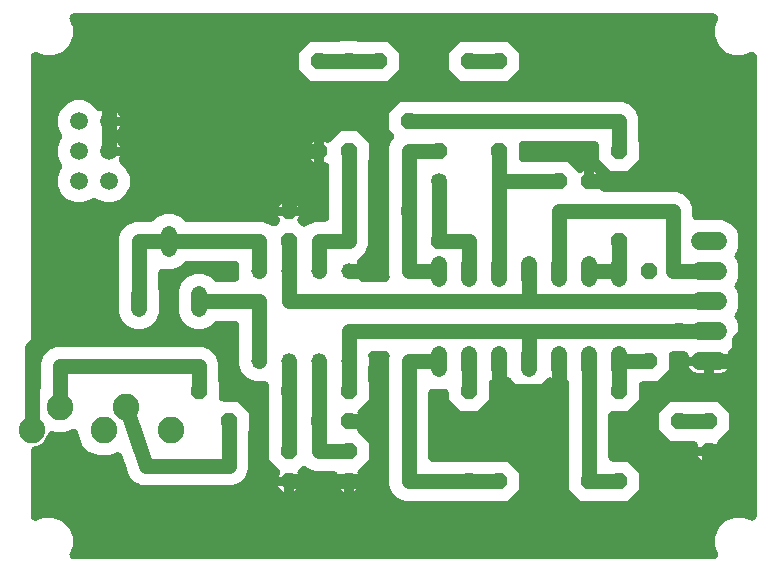
<source format=gbr>
G04 EAGLE Gerber RS-274X export*
G75*
%MOMM*%
%FSLAX34Y34*%
%LPD*%
%INBottom Copper*%
%IPPOS*%
%AMOC8*
5,1,8,0,0,1.08239X$1,22.5*%
G01*
%ADD10P,1.429621X8X292.500000*%
%ADD11P,1.429621X8X22.500000*%
%ADD12C,1.320800*%
%ADD13C,1.320800*%
%ADD14P,1.429621X8X112.500000*%
%ADD15C,1.524000*%
%ADD16C,2.250000*%
%ADD17C,1.508000*%
%ADD18C,1.270000*%
%ADD19C,1.350000*%

G36*
X588182Y10173D02*
X588182Y10173D01*
X588354Y10175D01*
X588465Y10193D01*
X588578Y10201D01*
X588747Y10237D01*
X588917Y10263D01*
X589025Y10296D01*
X589135Y10320D01*
X589297Y10379D01*
X589462Y10429D01*
X589564Y10477D01*
X589670Y10516D01*
X589823Y10597D01*
X589979Y10670D01*
X590073Y10731D01*
X590173Y10784D01*
X590312Y10886D01*
X590457Y10980D01*
X590542Y11054D01*
X590632Y11121D01*
X590756Y11241D01*
X590886Y11355D01*
X590960Y11440D01*
X591041Y11518D01*
X591146Y11655D01*
X591260Y11785D01*
X591321Y11880D01*
X591389Y11969D01*
X591475Y12119D01*
X591569Y12264D01*
X591616Y12366D01*
X591672Y12464D01*
X591735Y12625D01*
X591808Y12781D01*
X591840Y12889D01*
X591882Y12993D01*
X591923Y13161D01*
X591972Y13327D01*
X591989Y13438D01*
X592016Y13547D01*
X592033Y13719D01*
X592059Y13890D01*
X592060Y14002D01*
X592071Y14114D01*
X592064Y14287D01*
X592066Y14460D01*
X592051Y14571D01*
X592047Y14684D01*
X592015Y14854D01*
X591993Y15025D01*
X591968Y15106D01*
X591943Y15244D01*
X591767Y15767D01*
X591763Y15779D01*
X591761Y15784D01*
X589439Y21390D01*
X589439Y29410D01*
X592509Y36820D01*
X598180Y42491D01*
X605590Y45561D01*
X613610Y45561D01*
X619221Y43237D01*
X619384Y43182D01*
X619545Y43118D01*
X619655Y43092D01*
X619761Y43056D01*
X619931Y43025D01*
X620099Y42984D01*
X620211Y42973D01*
X620322Y42953D01*
X620494Y42946D01*
X620666Y42929D01*
X620779Y42934D01*
X620891Y42929D01*
X621063Y42946D01*
X621236Y42953D01*
X621346Y42974D01*
X621458Y42985D01*
X621626Y43026D01*
X621796Y43057D01*
X621902Y43093D01*
X622012Y43120D01*
X622172Y43184D01*
X622336Y43239D01*
X622437Y43289D01*
X622541Y43331D01*
X622691Y43416D01*
X622845Y43494D01*
X622938Y43558D01*
X623036Y43614D01*
X623172Y43719D01*
X623314Y43818D01*
X623397Y43894D01*
X623486Y43963D01*
X623606Y44087D01*
X623733Y44204D01*
X623804Y44291D01*
X623883Y44372D01*
X623984Y44511D01*
X624094Y44645D01*
X624152Y44741D01*
X624219Y44832D01*
X624300Y44984D01*
X624389Y45132D01*
X624434Y45236D01*
X624487Y45335D01*
X624546Y45497D01*
X624614Y45656D01*
X624643Y45765D01*
X624682Y45870D01*
X624718Y46039D01*
X624763Y46206D01*
X624771Y46291D01*
X624800Y46428D01*
X624838Y46978D01*
X624839Y46991D01*
X624839Y435609D01*
X624827Y435782D01*
X624825Y435954D01*
X624807Y436065D01*
X624799Y436178D01*
X624763Y436347D01*
X624737Y436517D01*
X624704Y436625D01*
X624680Y436735D01*
X624621Y436897D01*
X624571Y437062D01*
X624523Y437164D01*
X624484Y437270D01*
X624403Y437423D01*
X624330Y437579D01*
X624269Y437673D01*
X624216Y437773D01*
X624114Y437912D01*
X624020Y438057D01*
X623946Y438142D01*
X623879Y438232D01*
X623759Y438356D01*
X623645Y438486D01*
X623560Y438560D01*
X623482Y438641D01*
X623345Y438746D01*
X623215Y438860D01*
X623120Y438921D01*
X623031Y438989D01*
X622881Y439075D01*
X622736Y439169D01*
X622634Y439216D01*
X622536Y439272D01*
X622375Y439335D01*
X622219Y439408D01*
X622111Y439440D01*
X622007Y439482D01*
X621839Y439523D01*
X621673Y439572D01*
X621562Y439589D01*
X621453Y439616D01*
X621281Y439633D01*
X621110Y439659D01*
X620998Y439660D01*
X620886Y439671D01*
X620713Y439664D01*
X620540Y439666D01*
X620429Y439651D01*
X620316Y439647D01*
X620146Y439615D01*
X619975Y439593D01*
X619894Y439568D01*
X619756Y439543D01*
X619233Y439367D01*
X619221Y439363D01*
X619216Y439361D01*
X613610Y437039D01*
X605590Y437039D01*
X598180Y440109D01*
X592509Y445780D01*
X589439Y453190D01*
X589439Y461210D01*
X591763Y466821D01*
X591818Y466984D01*
X591882Y467145D01*
X591908Y467255D01*
X591944Y467361D01*
X591975Y467531D01*
X592016Y467699D01*
X592027Y467811D01*
X592047Y467922D01*
X592054Y468094D01*
X592071Y468266D01*
X592066Y468379D01*
X592071Y468491D01*
X592054Y468663D01*
X592047Y468836D01*
X592026Y468946D01*
X592015Y469058D01*
X591974Y469226D01*
X591943Y469396D01*
X591907Y469502D01*
X591880Y469612D01*
X591816Y469772D01*
X591761Y469936D01*
X591711Y470037D01*
X591669Y470141D01*
X591584Y470291D01*
X591506Y470445D01*
X591442Y470538D01*
X591386Y470636D01*
X591281Y470772D01*
X591182Y470914D01*
X591106Y470997D01*
X591037Y471086D01*
X590913Y471206D01*
X590796Y471333D01*
X590709Y471404D01*
X590628Y471483D01*
X590489Y471584D01*
X590355Y471694D01*
X590259Y471752D01*
X590168Y471819D01*
X590016Y471900D01*
X589868Y471989D01*
X589764Y472034D01*
X589665Y472087D01*
X589503Y472146D01*
X589344Y472214D01*
X589235Y472243D01*
X589130Y472282D01*
X588961Y472318D01*
X588794Y472363D01*
X588709Y472371D01*
X588572Y472400D01*
X588022Y472438D01*
X588009Y472439D01*
X46991Y472439D01*
X46818Y472427D01*
X46646Y472425D01*
X46535Y472407D01*
X46422Y472399D01*
X46253Y472363D01*
X46083Y472337D01*
X45975Y472304D01*
X45865Y472280D01*
X45703Y472221D01*
X45538Y472171D01*
X45436Y472123D01*
X45330Y472084D01*
X45177Y472003D01*
X45021Y471930D01*
X44927Y471869D01*
X44827Y471816D01*
X44688Y471714D01*
X44543Y471620D01*
X44458Y471546D01*
X44368Y471479D01*
X44244Y471359D01*
X44114Y471245D01*
X44040Y471160D01*
X43959Y471082D01*
X43854Y470945D01*
X43740Y470815D01*
X43679Y470720D01*
X43611Y470631D01*
X43525Y470481D01*
X43431Y470336D01*
X43384Y470234D01*
X43328Y470136D01*
X43265Y469975D01*
X43192Y469819D01*
X43160Y469711D01*
X43118Y469607D01*
X43077Y469439D01*
X43028Y469273D01*
X43011Y469162D01*
X42984Y469053D01*
X42967Y468881D01*
X42941Y468710D01*
X42940Y468598D01*
X42929Y468486D01*
X42936Y468313D01*
X42934Y468140D01*
X42949Y468029D01*
X42953Y467916D01*
X42985Y467746D01*
X43007Y467575D01*
X43032Y467494D01*
X43057Y467356D01*
X43233Y466833D01*
X43237Y466821D01*
X43239Y466816D01*
X44536Y463685D01*
X45561Y461210D01*
X45561Y453190D01*
X42491Y445780D01*
X36820Y440109D01*
X29410Y437039D01*
X21390Y437039D01*
X15779Y439363D01*
X15616Y439418D01*
X15455Y439482D01*
X15345Y439508D01*
X15239Y439544D01*
X15069Y439575D01*
X14901Y439616D01*
X14789Y439627D01*
X14678Y439647D01*
X14506Y439654D01*
X14334Y439671D01*
X14221Y439666D01*
X14109Y439671D01*
X13937Y439654D01*
X13764Y439647D01*
X13654Y439626D01*
X13542Y439615D01*
X13374Y439574D01*
X13204Y439543D01*
X13098Y439507D01*
X12988Y439480D01*
X12828Y439416D01*
X12664Y439361D01*
X12563Y439311D01*
X12459Y439269D01*
X12309Y439184D01*
X12155Y439106D01*
X12062Y439042D01*
X11964Y438986D01*
X11828Y438881D01*
X11686Y438782D01*
X11603Y438706D01*
X11514Y438637D01*
X11394Y438513D01*
X11267Y438396D01*
X11196Y438309D01*
X11117Y438228D01*
X11016Y438089D01*
X10906Y437955D01*
X10848Y437859D01*
X10781Y437768D01*
X10700Y437616D01*
X10611Y437468D01*
X10566Y437364D01*
X10513Y437265D01*
X10454Y437103D01*
X10386Y436944D01*
X10357Y436835D01*
X10318Y436730D01*
X10282Y436561D01*
X10237Y436394D01*
X10229Y436309D01*
X10200Y436172D01*
X10162Y435622D01*
X10161Y435609D01*
X10161Y154750D01*
X10169Y154635D01*
X10167Y154519D01*
X10189Y154351D01*
X10201Y154181D01*
X10225Y154069D01*
X10239Y153954D01*
X10284Y153790D01*
X10320Y153624D01*
X10359Y153516D01*
X10390Y153405D01*
X10457Y153249D01*
X10516Y153089D01*
X10570Y152987D01*
X10616Y152882D01*
X10704Y152736D01*
X10784Y152587D01*
X10852Y152494D01*
X10912Y152395D01*
X11020Y152264D01*
X11121Y152127D01*
X11201Y152044D01*
X11274Y151955D01*
X11399Y151840D01*
X11518Y151718D01*
X11609Y151648D01*
X11694Y151570D01*
X11834Y151474D01*
X11969Y151370D01*
X12069Y151313D01*
X12164Y151247D01*
X12316Y151172D01*
X12464Y151087D01*
X12571Y151045D01*
X12674Y150994D01*
X12835Y150940D01*
X12993Y150877D01*
X13106Y150850D01*
X13215Y150814D01*
X13382Y150783D01*
X13547Y150743D01*
X13662Y150732D01*
X13775Y150711D01*
X13945Y150704D01*
X14114Y150688D01*
X14229Y150693D01*
X14345Y150688D01*
X14514Y150705D01*
X14684Y150712D01*
X14797Y150733D01*
X14911Y150745D01*
X15077Y150785D01*
X15244Y150816D01*
X15353Y150853D01*
X15465Y150880D01*
X15623Y150944D01*
X15784Y150998D01*
X15887Y151049D01*
X15994Y151092D01*
X16141Y151177D01*
X16293Y151253D01*
X16388Y151318D01*
X16488Y151376D01*
X16577Y151449D01*
X16762Y151577D01*
X17006Y151802D01*
X17097Y151876D01*
X17299Y152078D01*
X17339Y152124D01*
X17383Y152165D01*
X17525Y152339D01*
X17673Y152509D01*
X17706Y152559D01*
X17744Y152606D01*
X17861Y152798D01*
X17983Y152987D01*
X18008Y153042D01*
X18039Y153093D01*
X18128Y153300D01*
X18223Y153504D01*
X18240Y153562D01*
X18264Y153617D01*
X18322Y153834D01*
X18388Y154049D01*
X18397Y154109D01*
X18413Y154167D01*
X18424Y154284D01*
X18475Y154612D01*
X18478Y154837D01*
X18489Y154952D01*
X18489Y176784D01*
X21003Y182853D01*
X25647Y187497D01*
X31716Y190011D01*
X155750Y190011D01*
X161819Y187497D01*
X166463Y182853D01*
X168977Y176784D01*
X168977Y161281D01*
X168981Y161221D01*
X168979Y161161D01*
X169001Y160937D01*
X169017Y160713D01*
X169029Y160654D01*
X169035Y160594D01*
X169089Y160375D01*
X169136Y160156D01*
X169156Y160099D01*
X169171Y160040D01*
X169231Y159891D01*
X169231Y147828D01*
X169247Y147599D01*
X169257Y147368D01*
X169267Y147314D01*
X169271Y147260D01*
X169319Y147034D01*
X169361Y146808D01*
X169378Y146756D01*
X169390Y146702D01*
X169469Y146486D01*
X169542Y146268D01*
X169567Y146219D01*
X169586Y146167D01*
X169694Y145964D01*
X169797Y145759D01*
X169828Y145713D01*
X169854Y145665D01*
X169990Y145479D01*
X170121Y145290D01*
X170158Y145249D01*
X170191Y145205D01*
X170351Y145040D01*
X170507Y144871D01*
X170550Y144836D01*
X170588Y144797D01*
X170770Y144656D01*
X170948Y144510D01*
X170996Y144482D01*
X171039Y144448D01*
X171239Y144334D01*
X171436Y144215D01*
X171486Y144193D01*
X171534Y144166D01*
X171748Y144081D01*
X171959Y143990D01*
X172012Y143976D01*
X172063Y143956D01*
X172288Y143901D01*
X172509Y143841D01*
X172553Y143837D01*
X172617Y143821D01*
X173184Y143766D01*
X173250Y143769D01*
X173294Y143765D01*
X184810Y143765D01*
X194631Y133944D01*
X194631Y119525D01*
X194626Y119509D01*
X194602Y119453D01*
X194543Y119237D01*
X194478Y119022D01*
X194469Y118962D01*
X194453Y118904D01*
X194442Y118786D01*
X194391Y118459D01*
X194388Y118234D01*
X194377Y118119D01*
X194377Y86316D01*
X191863Y80247D01*
X187219Y75603D01*
X181150Y73089D01*
X111390Y73089D01*
X111118Y73070D01*
X110848Y73053D01*
X110837Y73050D01*
X110821Y73049D01*
X110264Y72930D01*
X110211Y72911D01*
X107582Y73081D01*
X107416Y73080D01*
X107319Y73089D01*
X104673Y73089D01*
X104555Y73129D01*
X104298Y73217D01*
X104287Y73218D01*
X104272Y73223D01*
X103711Y73327D01*
X103655Y73329D01*
X101291Y74492D01*
X101137Y74555D01*
X101052Y74601D01*
X98607Y75613D01*
X98513Y75695D01*
X98309Y75875D01*
X98299Y75880D01*
X98288Y75891D01*
X97809Y76201D01*
X97758Y76225D01*
X96019Y78204D01*
X95901Y78321D01*
X95839Y78395D01*
X93968Y80266D01*
X93913Y80378D01*
X93793Y80622D01*
X93786Y80631D01*
X93779Y80645D01*
X93456Y81114D01*
X93417Y81157D01*
X92569Y83650D01*
X92504Y83803D01*
X92476Y83896D01*
X91463Y86341D01*
X91455Y86467D01*
X91437Y86736D01*
X91435Y86747D01*
X91434Y86763D01*
X91315Y87320D01*
X91274Y87431D01*
X91257Y87504D01*
X87643Y98123D01*
X87613Y98193D01*
X87591Y98266D01*
X87503Y98455D01*
X87422Y98648D01*
X87383Y98713D01*
X87350Y98783D01*
X87236Y98958D01*
X87129Y99137D01*
X87081Y99196D01*
X87040Y99261D01*
X86902Y99418D01*
X86772Y99580D01*
X86716Y99632D01*
X86665Y99690D01*
X86507Y99827D01*
X86355Y99969D01*
X86293Y100013D01*
X86235Y100063D01*
X86060Y100177D01*
X85889Y100296D01*
X85820Y100331D01*
X85756Y100373D01*
X85567Y100460D01*
X85381Y100555D01*
X85309Y100580D01*
X85239Y100612D01*
X85039Y100672D01*
X84842Y100740D01*
X84767Y100754D01*
X84694Y100776D01*
X84487Y100808D01*
X84282Y100847D01*
X84206Y100851D01*
X84130Y100863D01*
X83921Y100865D01*
X83713Y100876D01*
X83637Y100869D01*
X83561Y100870D01*
X83354Y100843D01*
X83146Y100824D01*
X83071Y100807D01*
X82995Y100797D01*
X82880Y100762D01*
X82591Y100694D01*
X82356Y100602D01*
X82241Y100567D01*
X76259Y98089D01*
X67741Y98089D01*
X59872Y101349D01*
X53849Y107372D01*
X50589Y115241D01*
X50589Y116701D01*
X50577Y116874D01*
X50575Y117046D01*
X50557Y117157D01*
X50549Y117270D01*
X50513Y117439D01*
X50487Y117609D01*
X50454Y117717D01*
X50430Y117827D01*
X50371Y117989D01*
X50321Y118154D01*
X50273Y118256D01*
X50234Y118362D01*
X50153Y118514D01*
X50080Y118671D01*
X50019Y118765D01*
X49966Y118865D01*
X49864Y119004D01*
X49770Y119149D01*
X49696Y119234D01*
X49629Y119324D01*
X49509Y119448D01*
X49395Y119578D01*
X49310Y119652D01*
X49232Y119733D01*
X49095Y119838D01*
X48965Y119952D01*
X48870Y120013D01*
X48781Y120081D01*
X48631Y120167D01*
X48486Y120261D01*
X48384Y120308D01*
X48286Y120364D01*
X48125Y120427D01*
X47969Y120500D01*
X47861Y120532D01*
X47757Y120574D01*
X47589Y120615D01*
X47423Y120664D01*
X47312Y120681D01*
X47203Y120708D01*
X47031Y120725D01*
X46860Y120751D01*
X46748Y120752D01*
X46636Y120763D01*
X46463Y120756D01*
X46290Y120758D01*
X46179Y120743D01*
X46066Y120739D01*
X45896Y120707D01*
X45725Y120685D01*
X45644Y120660D01*
X45506Y120635D01*
X44983Y120459D01*
X44971Y120455D01*
X44966Y120453D01*
X39259Y118089D01*
X30741Y118089D01*
X29763Y118494D01*
X29563Y118561D01*
X29366Y118635D01*
X29293Y118651D01*
X29223Y118675D01*
X29016Y118713D01*
X28809Y118759D01*
X28736Y118765D01*
X28663Y118778D01*
X28452Y118787D01*
X28241Y118803D01*
X28167Y118799D01*
X28093Y118802D01*
X27884Y118781D01*
X27673Y118768D01*
X27600Y118753D01*
X27526Y118746D01*
X27322Y118696D01*
X27114Y118654D01*
X27045Y118629D01*
X26973Y118611D01*
X26777Y118533D01*
X26578Y118462D01*
X26512Y118428D01*
X26443Y118400D01*
X26260Y118295D01*
X26073Y118197D01*
X26013Y118154D01*
X25949Y118117D01*
X25782Y117988D01*
X25611Y117865D01*
X25557Y117813D01*
X25499Y117768D01*
X25352Y117617D01*
X25199Y117471D01*
X25153Y117412D01*
X25102Y117359D01*
X24977Y117189D01*
X24847Y117023D01*
X24810Y116959D01*
X24766Y116899D01*
X24666Y116712D01*
X24561Y116530D01*
X24540Y116475D01*
X24498Y116396D01*
X24303Y115861D01*
X24294Y115819D01*
X24284Y115792D01*
X24087Y115058D01*
X23395Y113388D01*
X22491Y111822D01*
X21391Y110388D01*
X20112Y109109D01*
X18678Y108009D01*
X17112Y107105D01*
X15442Y106413D01*
X13696Y105945D01*
X13694Y105945D01*
X13449Y105895D01*
X13204Y105850D01*
X13171Y105838D01*
X13135Y105831D01*
X12900Y105747D01*
X12664Y105668D01*
X12632Y105652D01*
X12599Y105640D01*
X12378Y105525D01*
X12155Y105413D01*
X12125Y105393D01*
X12094Y105376D01*
X11891Y105231D01*
X11686Y105089D01*
X11659Y105065D01*
X11631Y105044D01*
X11451Y104873D01*
X11267Y104703D01*
X11244Y104675D01*
X11219Y104651D01*
X11064Y104455D01*
X10906Y104262D01*
X10888Y104231D01*
X10866Y104204D01*
X10740Y103988D01*
X10611Y103775D01*
X10597Y103742D01*
X10579Y103711D01*
X10484Y103480D01*
X10386Y103251D01*
X10377Y103217D01*
X10363Y103184D01*
X10302Y102942D01*
X10237Y102701D01*
X10234Y102672D01*
X10224Y102631D01*
X10163Y102065D01*
X10166Y101975D01*
X10161Y101916D01*
X10161Y46991D01*
X10173Y46818D01*
X10175Y46646D01*
X10193Y46535D01*
X10201Y46422D01*
X10237Y46253D01*
X10263Y46083D01*
X10296Y45975D01*
X10320Y45865D01*
X10379Y45703D01*
X10429Y45538D01*
X10477Y45436D01*
X10516Y45330D01*
X10597Y45177D01*
X10670Y45021D01*
X10731Y44927D01*
X10784Y44827D01*
X10886Y44688D01*
X10980Y44543D01*
X11054Y44458D01*
X11121Y44368D01*
X11241Y44244D01*
X11355Y44114D01*
X11440Y44040D01*
X11518Y43959D01*
X11655Y43854D01*
X11785Y43740D01*
X11880Y43679D01*
X11969Y43611D01*
X12119Y43525D01*
X12264Y43431D01*
X12366Y43384D01*
X12464Y43328D01*
X12625Y43265D01*
X12781Y43192D01*
X12889Y43160D01*
X12993Y43118D01*
X13161Y43077D01*
X13327Y43028D01*
X13438Y43011D01*
X13547Y42984D01*
X13719Y42967D01*
X13890Y42941D01*
X14002Y42940D01*
X14114Y42929D01*
X14287Y42936D01*
X14460Y42934D01*
X14571Y42949D01*
X14684Y42953D01*
X14854Y42985D01*
X15025Y43007D01*
X15106Y43032D01*
X15244Y43057D01*
X15767Y43233D01*
X15779Y43237D01*
X15784Y43239D01*
X21390Y45561D01*
X29410Y45561D01*
X36820Y42491D01*
X42491Y36820D01*
X45561Y29410D01*
X45561Y21390D01*
X43237Y15779D01*
X43182Y15616D01*
X43118Y15455D01*
X43092Y15345D01*
X43056Y15239D01*
X43025Y15069D01*
X42984Y14901D01*
X42973Y14789D01*
X42953Y14678D01*
X42946Y14506D01*
X42929Y14334D01*
X42934Y14221D01*
X42929Y14109D01*
X42946Y13937D01*
X42953Y13764D01*
X42974Y13654D01*
X42985Y13542D01*
X43026Y13374D01*
X43057Y13204D01*
X43093Y13098D01*
X43120Y12988D01*
X43184Y12828D01*
X43239Y12664D01*
X43289Y12563D01*
X43331Y12459D01*
X43416Y12309D01*
X43494Y12155D01*
X43558Y12062D01*
X43614Y11964D01*
X43719Y11828D01*
X43818Y11686D01*
X43894Y11603D01*
X43963Y11514D01*
X44087Y11394D01*
X44204Y11267D01*
X44291Y11196D01*
X44372Y11117D01*
X44511Y11016D01*
X44645Y10906D01*
X44741Y10848D01*
X44832Y10781D01*
X44984Y10700D01*
X45132Y10611D01*
X45236Y10566D01*
X45335Y10513D01*
X45497Y10454D01*
X45656Y10386D01*
X45765Y10357D01*
X45870Y10318D01*
X46039Y10282D01*
X46206Y10237D01*
X46291Y10229D01*
X46428Y10200D01*
X46978Y10162D01*
X46991Y10161D01*
X588009Y10161D01*
X588182Y10173D01*
G37*
%LPC*%
G36*
X373525Y59435D02*
X373525Y59435D01*
X373509Y59440D01*
X373453Y59464D01*
X373237Y59522D01*
X373021Y59588D01*
X372962Y59597D01*
X372903Y59613D01*
X372786Y59624D01*
X372458Y59675D01*
X372233Y59678D01*
X372119Y59689D01*
X326916Y59689D01*
X320847Y62203D01*
X316203Y66847D01*
X313689Y72916D01*
X313689Y181087D01*
X313738Y181235D01*
X313802Y181395D01*
X313829Y181505D01*
X313864Y181611D01*
X313896Y181781D01*
X313936Y181949D01*
X313947Y182061D01*
X313968Y182172D01*
X313975Y182344D01*
X313992Y182516D01*
X313987Y182629D01*
X313992Y182741D01*
X313975Y182913D01*
X313967Y183086D01*
X313947Y183196D01*
X313935Y183308D01*
X313895Y183476D01*
X313863Y183646D01*
X313827Y183752D01*
X313801Y183862D01*
X313737Y184022D01*
X313682Y184186D01*
X313631Y184287D01*
X313590Y184391D01*
X313504Y184541D01*
X313427Y184695D01*
X313363Y184788D01*
X313307Y184886D01*
X313201Y185022D01*
X313103Y185164D01*
X313026Y185247D01*
X312958Y185336D01*
X312834Y185456D01*
X312717Y185583D01*
X312629Y185654D01*
X312549Y185733D01*
X312409Y185834D01*
X312275Y185944D01*
X312179Y186002D01*
X312088Y186069D01*
X311936Y186150D01*
X311788Y186239D01*
X311685Y186284D01*
X311586Y186337D01*
X311423Y186396D01*
X311265Y186464D01*
X311156Y186493D01*
X311050Y186532D01*
X310881Y186568D01*
X310715Y186613D01*
X310630Y186621D01*
X310493Y186650D01*
X309943Y186688D01*
X309930Y186689D01*
X300040Y186689D01*
X299811Y186673D01*
X299580Y186663D01*
X299526Y186653D01*
X299472Y186649D01*
X299246Y186601D01*
X299020Y186559D01*
X298968Y186542D01*
X298914Y186530D01*
X298698Y186451D01*
X298480Y186378D01*
X298431Y186353D01*
X298379Y186334D01*
X298176Y186226D01*
X297971Y186123D01*
X297925Y186092D01*
X297877Y186066D01*
X297691Y185930D01*
X297502Y185799D01*
X297461Y185762D01*
X297417Y185729D01*
X297252Y185569D01*
X297083Y185413D01*
X297048Y185370D01*
X297009Y185332D01*
X296868Y185150D01*
X296722Y184972D01*
X296694Y184924D01*
X296660Y184881D01*
X296546Y184681D01*
X296427Y184484D01*
X296405Y184434D01*
X296378Y184386D01*
X296293Y184172D01*
X296202Y183961D01*
X296188Y183908D01*
X296168Y183857D01*
X296113Y183632D01*
X296053Y183411D01*
X296049Y183367D01*
X296033Y183303D01*
X295998Y182940D01*
X295990Y182890D01*
X295990Y182858D01*
X295978Y182736D01*
X295981Y182670D01*
X295977Y182626D01*
X295977Y182556D01*
X295985Y182438D01*
X295984Y182321D01*
X296002Y182174D01*
X296003Y182166D01*
X296005Y182155D01*
X296017Y181988D01*
X296041Y181872D01*
X296056Y181755D01*
X296090Y181646D01*
X296136Y181431D01*
X296231Y181171D01*
X296231Y174445D01*
X296202Y174379D01*
X296158Y174217D01*
X296105Y174058D01*
X296084Y173942D01*
X296053Y173829D01*
X296042Y173715D01*
X296002Y173498D01*
X295988Y173160D01*
X295977Y173044D01*
X295977Y161281D01*
X295981Y161221D01*
X295979Y161160D01*
X296001Y160937D01*
X296017Y160713D01*
X296029Y160654D01*
X296035Y160593D01*
X296089Y160375D01*
X296136Y160156D01*
X296157Y160099D01*
X296171Y160040D01*
X296231Y159891D01*
X296231Y145456D01*
X287960Y137185D01*
X287809Y137011D01*
X287653Y136842D01*
X287622Y136796D01*
X287586Y136755D01*
X287461Y136561D01*
X287331Y136372D01*
X287306Y136323D01*
X287276Y136277D01*
X287179Y136068D01*
X287077Y135862D01*
X287060Y135810D01*
X287037Y135760D01*
X286970Y135539D01*
X286897Y135321D01*
X286887Y135267D01*
X286871Y135215D01*
X286836Y134987D01*
X286795Y134761D01*
X286792Y134706D01*
X286784Y134651D01*
X286781Y134422D01*
X286772Y134191D01*
X286777Y134137D01*
X286776Y134082D01*
X286805Y133853D01*
X286828Y133624D01*
X286841Y133571D01*
X286848Y133517D01*
X286909Y133294D01*
X286964Y133071D01*
X286984Y133020D01*
X286999Y132967D01*
X287090Y132756D01*
X287176Y132542D01*
X287203Y132494D01*
X287225Y132444D01*
X287345Y132247D01*
X287459Y132048D01*
X287487Y132013D01*
X287521Y131957D01*
X287883Y131517D01*
X287932Y131473D01*
X287960Y131439D01*
X288335Y131063D01*
X279466Y131063D01*
X279237Y131047D01*
X279007Y131037D01*
X278953Y131027D01*
X278898Y131023D01*
X278673Y130975D01*
X278447Y130933D01*
X278394Y130916D01*
X278341Y130904D01*
X278125Y130825D01*
X277906Y130752D01*
X277857Y130727D01*
X277806Y130709D01*
X277603Y130600D01*
X277397Y130497D01*
X277352Y130466D01*
X277303Y130440D01*
X277118Y130304D01*
X276928Y130173D01*
X276888Y130136D01*
X276843Y130103D01*
X276679Y129943D01*
X276509Y129787D01*
X276474Y129744D01*
X276435Y129706D01*
X276294Y129524D01*
X276148Y129346D01*
X276120Y129299D01*
X276086Y129255D01*
X275972Y129055D01*
X275853Y128859D01*
X275831Y128808D01*
X275804Y128760D01*
X275719Y128546D01*
X275629Y128335D01*
X275614Y128282D01*
X275594Y128231D01*
X275540Y128006D01*
X275480Y127785D01*
X275475Y127741D01*
X275460Y127677D01*
X275405Y127110D01*
X275407Y127044D01*
X275403Y127000D01*
X275419Y126770D01*
X275429Y126540D01*
X275439Y126486D01*
X275443Y126431D01*
X275491Y126206D01*
X275533Y125980D01*
X275551Y125928D01*
X275562Y125874D01*
X275641Y125658D01*
X275714Y125440D01*
X275739Y125391D01*
X275758Y125339D01*
X275867Y125136D01*
X275970Y124930D01*
X276001Y124885D01*
X276027Y124837D01*
X276162Y124651D01*
X276293Y124462D01*
X276331Y124421D01*
X276363Y124377D01*
X276523Y124212D01*
X276680Y124043D01*
X276722Y124008D01*
X276761Y123969D01*
X276942Y123828D01*
X277121Y123682D01*
X277168Y123653D01*
X277211Y123620D01*
X277411Y123506D01*
X277608Y123386D01*
X277658Y123365D01*
X277706Y123338D01*
X277921Y123252D01*
X278132Y123162D01*
X278184Y123148D01*
X278236Y123127D01*
X278460Y123073D01*
X278682Y123013D01*
X278726Y123009D01*
X278790Y122993D01*
X279357Y122938D01*
X279422Y122941D01*
X279466Y122937D01*
X288335Y122937D01*
X287960Y122561D01*
X287809Y122387D01*
X287653Y122218D01*
X287622Y122173D01*
X287586Y122131D01*
X287461Y121938D01*
X287331Y121748D01*
X287306Y121699D01*
X287276Y121653D01*
X287179Y121444D01*
X287077Y121238D01*
X287060Y121186D01*
X287037Y121136D01*
X286970Y120916D01*
X286897Y120697D01*
X286887Y120643D01*
X286871Y120591D01*
X286836Y120364D01*
X286795Y120137D01*
X286792Y120082D01*
X286784Y120028D01*
X286781Y119798D01*
X286772Y119568D01*
X286777Y119513D01*
X286776Y119458D01*
X286805Y119230D01*
X286828Y119001D01*
X286841Y118947D01*
X286848Y118893D01*
X286909Y118670D01*
X286964Y118447D01*
X286984Y118396D01*
X286999Y118343D01*
X287090Y118132D01*
X287176Y117918D01*
X287203Y117870D01*
X287225Y117820D01*
X287345Y117624D01*
X287459Y117424D01*
X287487Y117390D01*
X287521Y117334D01*
X287883Y116894D01*
X287932Y116849D01*
X287960Y116815D01*
X296231Y108544D01*
X296231Y94656D01*
X287960Y86385D01*
X287809Y86211D01*
X287653Y86042D01*
X287622Y85996D01*
X287586Y85955D01*
X287461Y85761D01*
X287331Y85572D01*
X287306Y85523D01*
X287276Y85477D01*
X287179Y85268D01*
X287077Y85062D01*
X287060Y85010D01*
X287037Y84960D01*
X286970Y84739D01*
X286897Y84521D01*
X286887Y84467D01*
X286871Y84415D01*
X286836Y84187D01*
X286795Y83961D01*
X286792Y83906D01*
X286784Y83851D01*
X286781Y83622D01*
X286772Y83391D01*
X286777Y83337D01*
X286776Y83282D01*
X286805Y83053D01*
X286828Y82824D01*
X286841Y82771D01*
X286848Y82717D01*
X286909Y82494D01*
X286964Y82271D01*
X286984Y82220D01*
X286999Y82167D01*
X287090Y81956D01*
X287176Y81742D01*
X287203Y81694D01*
X287225Y81644D01*
X287345Y81447D01*
X287459Y81248D01*
X287487Y81213D01*
X287521Y81157D01*
X287883Y80717D01*
X287932Y80673D01*
X287960Y80639D01*
X288335Y80263D01*
X279466Y80263D01*
X270321Y80263D01*
X270321Y81026D01*
X270305Y81255D01*
X270295Y81486D01*
X270285Y81540D01*
X270281Y81594D01*
X270233Y81820D01*
X270191Y82046D01*
X270174Y82098D01*
X270162Y82152D01*
X270083Y82368D01*
X270010Y82586D01*
X269985Y82635D01*
X269966Y82687D01*
X269858Y82890D01*
X269755Y83095D01*
X269724Y83141D01*
X269698Y83189D01*
X269562Y83375D01*
X269431Y83564D01*
X269394Y83605D01*
X269361Y83649D01*
X269201Y83814D01*
X269045Y83983D01*
X269002Y84018D01*
X268964Y84057D01*
X268782Y84198D01*
X268604Y84344D01*
X268556Y84372D01*
X268513Y84406D01*
X268313Y84520D01*
X268116Y84639D01*
X268066Y84661D01*
X268018Y84688D01*
X267804Y84773D01*
X267593Y84864D01*
X267540Y84878D01*
X267489Y84898D01*
X267264Y84953D01*
X267043Y85013D01*
X266999Y85017D01*
X266935Y85033D01*
X266368Y85088D01*
X266302Y85085D01*
X266258Y85089D01*
X250716Y85089D01*
X244647Y87603D01*
X244386Y87864D01*
X244212Y88016D01*
X244042Y88171D01*
X243997Y88202D01*
X243956Y88238D01*
X243762Y88363D01*
X243573Y88494D01*
X243523Y88518D01*
X243477Y88548D01*
X243269Y88645D01*
X243063Y88747D01*
X243010Y88765D01*
X242961Y88788D01*
X242740Y88855D01*
X242522Y88927D01*
X242468Y88937D01*
X242415Y88953D01*
X242187Y88988D01*
X241961Y89030D01*
X241907Y89032D01*
X241852Y89040D01*
X241622Y89044D01*
X241392Y89053D01*
X241337Y89047D01*
X241283Y89048D01*
X241055Y89019D01*
X240825Y88996D01*
X240772Y88983D01*
X240717Y88976D01*
X240496Y88915D01*
X240272Y88861D01*
X240221Y88840D01*
X240168Y88826D01*
X239956Y88734D01*
X239743Y88649D01*
X239695Y88622D01*
X239645Y88600D01*
X239448Y88480D01*
X239248Y88365D01*
X239214Y88337D01*
X239158Y88303D01*
X238718Y87941D01*
X238674Y87893D01*
X238639Y87865D01*
X237160Y86385D01*
X237009Y86211D01*
X236853Y86042D01*
X236822Y85996D01*
X236786Y85955D01*
X236661Y85762D01*
X236531Y85572D01*
X236506Y85523D01*
X236476Y85477D01*
X236379Y85268D01*
X236277Y85062D01*
X236260Y85010D01*
X236237Y84960D01*
X236170Y84739D01*
X236097Y84521D01*
X236087Y84467D01*
X236071Y84415D01*
X236036Y84187D01*
X235995Y83961D01*
X235992Y83906D01*
X235984Y83851D01*
X235981Y83622D01*
X235972Y83391D01*
X235977Y83337D01*
X235976Y83282D01*
X236005Y83054D01*
X236028Y82824D01*
X236041Y82771D01*
X236048Y82717D01*
X236109Y82495D01*
X236164Y82271D01*
X236184Y82220D01*
X236199Y82167D01*
X236290Y81956D01*
X236376Y81742D01*
X236403Y81694D01*
X236425Y81644D01*
X236545Y81447D01*
X236659Y81248D01*
X236687Y81213D01*
X236721Y81157D01*
X237083Y80717D01*
X237132Y80673D01*
X237160Y80639D01*
X237535Y80263D01*
X228666Y80263D01*
X219797Y80263D01*
X220172Y80639D01*
X220323Y80813D01*
X220479Y80982D01*
X220510Y81027D01*
X220546Y81069D01*
X220671Y81262D01*
X220801Y81452D01*
X220826Y81501D01*
X220856Y81547D01*
X220953Y81756D01*
X221055Y81962D01*
X221072Y82014D01*
X221095Y82064D01*
X221162Y82284D01*
X221235Y82503D01*
X221245Y82557D01*
X221261Y82609D01*
X221296Y82836D01*
X221337Y83063D01*
X221340Y83118D01*
X221348Y83172D01*
X221351Y83402D01*
X221360Y83632D01*
X221355Y83687D01*
X221356Y83742D01*
X221327Y83970D01*
X221304Y84199D01*
X221291Y84253D01*
X221284Y84307D01*
X221223Y84530D01*
X221168Y84753D01*
X221148Y84804D01*
X221133Y84857D01*
X221042Y85068D01*
X220956Y85282D01*
X220929Y85330D01*
X220907Y85380D01*
X220787Y85576D01*
X220673Y85776D01*
X220645Y85810D01*
X220611Y85866D01*
X220249Y86306D01*
X220200Y86351D01*
X220172Y86385D01*
X211901Y94656D01*
X211901Y109075D01*
X211906Y109091D01*
X211930Y109147D01*
X211988Y109363D01*
X212054Y109579D01*
X212063Y109638D01*
X212079Y109697D01*
X212090Y109814D01*
X212141Y110142D01*
X212144Y110367D01*
X212155Y110481D01*
X212155Y143519D01*
X212151Y143579D01*
X212153Y143640D01*
X212131Y143863D01*
X212115Y144087D01*
X212103Y144146D01*
X212097Y144207D01*
X212043Y144425D01*
X211996Y144644D01*
X211975Y144701D01*
X211961Y144760D01*
X211901Y144909D01*
X211901Y157150D01*
X211889Y157322D01*
X211887Y157495D01*
X211869Y157606D01*
X211861Y157718D01*
X211825Y157887D01*
X211798Y158058D01*
X211766Y158166D01*
X211742Y158275D01*
X211683Y158437D01*
X211633Y158603D01*
X211585Y158705D01*
X211546Y158810D01*
X211465Y158963D01*
X211392Y159119D01*
X211331Y159214D01*
X211278Y159313D01*
X211176Y159452D01*
X211081Y159597D01*
X211008Y159682D01*
X210941Y159773D01*
X210821Y159897D01*
X210707Y160027D01*
X210622Y160100D01*
X210544Y160181D01*
X210407Y160287D01*
X210276Y160400D01*
X210182Y160461D01*
X210093Y160530D01*
X209943Y160615D01*
X209798Y160709D01*
X209696Y160756D01*
X209598Y160812D01*
X209437Y160876D01*
X209281Y160948D01*
X209173Y160981D01*
X209069Y161022D01*
X208900Y161063D01*
X208735Y161113D01*
X208624Y161130D01*
X208515Y161156D01*
X208343Y161173D01*
X208172Y161199D01*
X208060Y161201D01*
X207948Y161212D01*
X207775Y161204D01*
X207602Y161206D01*
X207491Y161192D01*
X207378Y161187D01*
X207208Y161155D01*
X207037Y161133D01*
X206955Y161108D01*
X206818Y161083D01*
X206676Y161035D01*
X199931Y161035D01*
X193770Y163588D01*
X189054Y168304D01*
X188273Y170187D01*
X188273Y170188D01*
X186501Y174465D01*
X186501Y181200D01*
X186508Y181223D01*
X186561Y181382D01*
X186582Y181498D01*
X186613Y181612D01*
X186624Y181726D01*
X186664Y181943D01*
X186678Y182281D01*
X186689Y182397D01*
X186689Y208026D01*
X186673Y208255D01*
X186663Y208486D01*
X186653Y208540D01*
X186649Y208594D01*
X186601Y208820D01*
X186559Y209046D01*
X186542Y209098D01*
X186530Y209152D01*
X186451Y209368D01*
X186378Y209586D01*
X186353Y209635D01*
X186334Y209687D01*
X186226Y209890D01*
X186123Y210095D01*
X186092Y210141D01*
X186066Y210189D01*
X185930Y210375D01*
X185799Y210564D01*
X185762Y210605D01*
X185729Y210649D01*
X185569Y210814D01*
X185413Y210983D01*
X185370Y211018D01*
X185332Y211057D01*
X185150Y211198D01*
X184972Y211344D01*
X184924Y211372D01*
X184881Y211406D01*
X184681Y211520D01*
X184484Y211639D01*
X184434Y211661D01*
X184386Y211688D01*
X184172Y211773D01*
X183961Y211864D01*
X183908Y211878D01*
X183857Y211898D01*
X183632Y211953D01*
X183411Y212013D01*
X183367Y212017D01*
X183303Y212033D01*
X182736Y212088D01*
X182670Y212085D01*
X182626Y212089D01*
X167885Y212089D01*
X167825Y212085D01*
X167765Y212087D01*
X167541Y212065D01*
X167317Y212049D01*
X167258Y212037D01*
X167198Y212031D01*
X166979Y211977D01*
X166760Y211930D01*
X166703Y211910D01*
X166644Y211895D01*
X166436Y211812D01*
X166225Y211734D01*
X166171Y211706D01*
X166115Y211684D01*
X165920Y211572D01*
X165722Y211466D01*
X165673Y211430D01*
X165621Y211400D01*
X165530Y211325D01*
X165262Y211129D01*
X165101Y210972D01*
X165012Y210899D01*
X161896Y207784D01*
X155735Y205231D01*
X149065Y205231D01*
X142904Y207784D01*
X138188Y212500D01*
X137200Y214883D01*
X135635Y218661D01*
X135635Y238539D01*
X138188Y244700D01*
X142904Y249416D01*
X149065Y251969D01*
X155735Y251969D01*
X161896Y249416D01*
X165012Y246301D01*
X165058Y246261D01*
X165099Y246217D01*
X165273Y246075D01*
X165442Y245927D01*
X165493Y245894D01*
X165540Y245856D01*
X165732Y245739D01*
X165920Y245617D01*
X165975Y245592D01*
X166027Y245561D01*
X166233Y245472D01*
X166437Y245377D01*
X166495Y245360D01*
X166551Y245336D01*
X166767Y245278D01*
X166983Y245212D01*
X167042Y245203D01*
X167101Y245187D01*
X167218Y245176D01*
X167546Y245125D01*
X167771Y245122D01*
X167885Y245111D01*
X182721Y245111D01*
X182893Y245123D01*
X183066Y245125D01*
X183177Y245143D01*
X183289Y245151D01*
X183458Y245187D01*
X183629Y245213D01*
X183737Y245246D01*
X183847Y245270D01*
X184009Y245329D01*
X184174Y245379D01*
X184276Y245427D01*
X184382Y245466D01*
X184534Y245547D01*
X184691Y245620D01*
X184785Y245681D01*
X184884Y245734D01*
X185023Y245836D01*
X185168Y245930D01*
X185253Y246004D01*
X185344Y246071D01*
X185468Y246191D01*
X185598Y246305D01*
X185671Y246390D01*
X185752Y246468D01*
X185858Y246605D01*
X185971Y246735D01*
X186032Y246830D01*
X186101Y246919D01*
X186186Y247069D01*
X186280Y247214D01*
X186327Y247316D01*
X186383Y247414D01*
X186447Y247575D01*
X186519Y247731D01*
X186552Y247839D01*
X186593Y247943D01*
X186634Y248111D01*
X186684Y248277D01*
X186701Y248388D01*
X186727Y248497D01*
X186744Y248669D01*
X186770Y248840D01*
X186772Y248952D01*
X186783Y249064D01*
X186775Y249237D01*
X186777Y249410D01*
X186763Y249521D01*
X186758Y249634D01*
X186727Y249804D01*
X186705Y249975D01*
X186680Y250056D01*
X186654Y250194D01*
X186501Y250649D01*
X186501Y257355D01*
X186530Y257421D01*
X186574Y257583D01*
X186627Y257742D01*
X186648Y257858D01*
X186679Y257971D01*
X186690Y258085D01*
X186730Y258302D01*
X186742Y258597D01*
X186754Y258716D01*
X186753Y258733D01*
X186755Y258756D01*
X186755Y258826D01*
X186753Y258857D01*
X186754Y258871D01*
X186748Y258926D01*
X186739Y259055D01*
X186729Y259286D01*
X186719Y259340D01*
X186715Y259394D01*
X186667Y259620D01*
X186625Y259846D01*
X186608Y259898D01*
X186596Y259952D01*
X186517Y260168D01*
X186444Y260386D01*
X186419Y260435D01*
X186400Y260487D01*
X186292Y260690D01*
X186189Y260895D01*
X186158Y260941D01*
X186132Y260989D01*
X185996Y261174D01*
X185865Y261364D01*
X185828Y261405D01*
X185795Y261449D01*
X185635Y261614D01*
X185479Y261783D01*
X185436Y261818D01*
X185398Y261857D01*
X185216Y261998D01*
X185038Y262144D01*
X184990Y262172D01*
X184947Y262206D01*
X184747Y262320D01*
X184550Y262439D01*
X184500Y262461D01*
X184452Y262488D01*
X184238Y262573D01*
X184027Y262664D01*
X183974Y262678D01*
X183923Y262698D01*
X183698Y262753D01*
X183477Y262813D01*
X183433Y262817D01*
X183369Y262833D01*
X182802Y262888D01*
X182736Y262885D01*
X182692Y262889D01*
X142485Y262889D01*
X142425Y262885D01*
X142365Y262887D01*
X142141Y262865D01*
X141917Y262849D01*
X141858Y262837D01*
X141798Y262831D01*
X141579Y262777D01*
X141360Y262730D01*
X141303Y262710D01*
X141244Y262695D01*
X141036Y262612D01*
X140825Y262534D01*
X140771Y262506D01*
X140715Y262484D01*
X140520Y262372D01*
X140322Y262266D01*
X140273Y262230D01*
X140221Y262200D01*
X140130Y262125D01*
X139862Y261929D01*
X139701Y261772D01*
X139612Y261699D01*
X136496Y258584D01*
X130335Y256031D01*
X123650Y256031D01*
X123565Y256060D01*
X123405Y256123D01*
X123295Y256150D01*
X123189Y256186D01*
X123019Y256217D01*
X122851Y256257D01*
X122739Y256268D01*
X122628Y256289D01*
X122456Y256296D01*
X122284Y256313D01*
X122171Y256308D01*
X122059Y256313D01*
X121887Y256296D01*
X121714Y256288D01*
X121604Y256268D01*
X121492Y256257D01*
X121324Y256216D01*
X121154Y256184D01*
X121048Y256148D01*
X120938Y256122D01*
X120778Y256058D01*
X120614Y256003D01*
X120513Y255952D01*
X120409Y255911D01*
X120259Y255825D01*
X120105Y255748D01*
X120012Y255684D01*
X119914Y255628D01*
X119778Y255522D01*
X119636Y255424D01*
X119553Y255348D01*
X119464Y255279D01*
X119344Y255155D01*
X119217Y255038D01*
X119146Y254951D01*
X119067Y254870D01*
X118966Y254730D01*
X118856Y254597D01*
X118798Y254500D01*
X118731Y254409D01*
X118650Y254257D01*
X118561Y254109D01*
X118516Y254006D01*
X118463Y253907D01*
X118404Y253744D01*
X118336Y253586D01*
X118307Y253477D01*
X118268Y253371D01*
X118232Y253202D01*
X118187Y253036D01*
X118179Y252951D01*
X118150Y252814D01*
X118112Y252264D01*
X118111Y252251D01*
X118111Y239960D01*
X118119Y239842D01*
X118118Y239725D01*
X118139Y239559D01*
X118151Y239392D01*
X118175Y239276D01*
X118190Y239160D01*
X118224Y239050D01*
X118270Y238835D01*
X118365Y238575D01*
X118365Y218661D01*
X115812Y212500D01*
X111096Y207784D01*
X104935Y205231D01*
X98265Y205231D01*
X92104Y207784D01*
X87388Y212500D01*
X86400Y214883D01*
X84835Y218661D01*
X84835Y238559D01*
X84864Y238625D01*
X84908Y238787D01*
X84961Y238946D01*
X84982Y239062D01*
X85013Y239175D01*
X85024Y239289D01*
X85064Y239506D01*
X85078Y239844D01*
X85089Y239960D01*
X85089Y282684D01*
X87603Y288753D01*
X92247Y293397D01*
X98316Y295911D01*
X111515Y295911D01*
X111575Y295915D01*
X111635Y295913D01*
X111859Y295935D01*
X112083Y295951D01*
X112142Y295963D01*
X112202Y295969D01*
X112421Y296023D01*
X112640Y296070D01*
X112697Y296090D01*
X112756Y296105D01*
X112964Y296188D01*
X113175Y296266D01*
X113229Y296294D01*
X113285Y296316D01*
X113480Y296428D01*
X113678Y296534D01*
X113727Y296570D01*
X113779Y296600D01*
X113870Y296675D01*
X114138Y296871D01*
X114299Y297028D01*
X114388Y297101D01*
X117504Y300216D01*
X123665Y302769D01*
X130335Y302769D01*
X136496Y300216D01*
X139612Y297101D01*
X139658Y297061D01*
X139699Y297017D01*
X139873Y296875D01*
X140042Y296727D01*
X140093Y296694D01*
X140140Y296656D01*
X140332Y296539D01*
X140520Y296417D01*
X140575Y296392D01*
X140627Y296361D01*
X140833Y296272D01*
X141037Y296177D01*
X141095Y296160D01*
X141151Y296136D01*
X141367Y296078D01*
X141583Y296012D01*
X141642Y296003D01*
X141701Y295987D01*
X141818Y295976D01*
X142146Y295925D01*
X142371Y295922D01*
X142485Y295911D01*
X206550Y295911D01*
X212619Y293397D01*
X212847Y293169D01*
X213021Y293017D01*
X213191Y292862D01*
X213236Y292831D01*
X213277Y292795D01*
X213471Y292670D01*
X213660Y292539D01*
X213709Y292515D01*
X213756Y292485D01*
X213965Y292388D01*
X214170Y292286D01*
X214223Y292268D01*
X214272Y292245D01*
X214493Y292178D01*
X214711Y292106D01*
X214765Y292096D01*
X214818Y292080D01*
X215045Y292045D01*
X215272Y292003D01*
X215327Y292001D01*
X215381Y291993D01*
X215610Y291989D01*
X215841Y291980D01*
X215896Y291986D01*
X215950Y291985D01*
X216179Y292014D01*
X216408Y292037D01*
X216461Y292050D01*
X216516Y292057D01*
X216737Y292118D01*
X216961Y292172D01*
X217012Y292193D01*
X217065Y292207D01*
X217276Y292298D01*
X217490Y292384D01*
X217538Y292411D01*
X217588Y292433D01*
X217785Y292553D01*
X217985Y292668D01*
X218019Y292696D01*
X218075Y292730D01*
X218515Y293092D01*
X218559Y293140D01*
X218594Y293168D01*
X220040Y294615D01*
X220191Y294789D01*
X220347Y294958D01*
X220378Y295004D01*
X220414Y295045D01*
X220539Y295238D01*
X220669Y295428D01*
X220694Y295477D01*
X220724Y295523D01*
X220821Y295732D01*
X220923Y295938D01*
X220940Y295990D01*
X220963Y296040D01*
X221030Y296261D01*
X221103Y296479D01*
X221113Y296533D01*
X221129Y296586D01*
X221164Y296813D01*
X221205Y297039D01*
X221208Y297094D01*
X221216Y297149D01*
X221219Y297378D01*
X221228Y297609D01*
X221223Y297664D01*
X221224Y297718D01*
X221195Y297947D01*
X221172Y298176D01*
X221159Y298229D01*
X221152Y298284D01*
X221091Y298506D01*
X221036Y298729D01*
X221016Y298780D01*
X221001Y298833D01*
X220910Y299045D01*
X220824Y299258D01*
X220797Y299306D01*
X220775Y299356D01*
X220655Y299553D01*
X220541Y299752D01*
X220513Y299787D01*
X220479Y299843D01*
X220117Y300283D01*
X220068Y300327D01*
X220040Y300361D01*
X219665Y300737D01*
X228534Y300737D01*
X237403Y300737D01*
X237028Y300361D01*
X236877Y300187D01*
X236721Y300018D01*
X236690Y299973D01*
X236654Y299931D01*
X236529Y299738D01*
X236399Y299548D01*
X236374Y299499D01*
X236344Y299453D01*
X236247Y299244D01*
X236145Y299038D01*
X236128Y298986D01*
X236105Y298936D01*
X236038Y298715D01*
X235965Y298497D01*
X235955Y298443D01*
X235939Y298391D01*
X235904Y298164D01*
X235863Y297937D01*
X235860Y297882D01*
X235852Y297828D01*
X235849Y297598D01*
X235840Y297368D01*
X235845Y297313D01*
X235844Y297258D01*
X235873Y297030D01*
X235896Y296801D01*
X235909Y296747D01*
X235916Y296693D01*
X235977Y296471D01*
X236032Y296247D01*
X236052Y296196D01*
X236067Y296143D01*
X236158Y295932D01*
X236244Y295718D01*
X236271Y295670D01*
X236293Y295620D01*
X236412Y295424D01*
X236527Y295224D01*
X236555Y295190D01*
X236589Y295134D01*
X236951Y294694D01*
X237000Y294649D01*
X237028Y294615D01*
X238573Y293069D01*
X238748Y292918D01*
X238917Y292763D01*
X238962Y292732D01*
X239004Y292696D01*
X239197Y292570D01*
X239387Y292440D01*
X239436Y292416D01*
X239482Y292386D01*
X239691Y292289D01*
X239897Y292187D01*
X239949Y292169D01*
X239999Y292146D01*
X240219Y292079D01*
X240437Y292007D01*
X240491Y291997D01*
X240544Y291981D01*
X240771Y291946D01*
X240998Y291904D01*
X241053Y291902D01*
X241107Y291894D01*
X241337Y291890D01*
X241567Y291881D01*
X241622Y291887D01*
X241677Y291886D01*
X241905Y291915D01*
X242134Y291938D01*
X242187Y291951D01*
X242242Y291958D01*
X242465Y292019D01*
X242688Y292074D01*
X242738Y292094D01*
X242792Y292108D01*
X243003Y292200D01*
X243217Y292285D01*
X243264Y292312D01*
X243315Y292334D01*
X243511Y292454D01*
X243711Y292569D01*
X243745Y292597D01*
X243801Y292631D01*
X244241Y292993D01*
X244285Y293041D01*
X244320Y293070D01*
X244647Y293397D01*
X250716Y295911D01*
X258826Y295911D01*
X259055Y295927D01*
X259286Y295937D01*
X259340Y295947D01*
X259394Y295951D01*
X259620Y295999D01*
X259846Y296041D01*
X259898Y296058D01*
X259952Y296070D01*
X260168Y296149D01*
X260386Y296222D01*
X260435Y296247D01*
X260487Y296266D01*
X260690Y296374D01*
X260895Y296477D01*
X260941Y296508D01*
X260989Y296534D01*
X261175Y296670D01*
X261364Y296801D01*
X261405Y296838D01*
X261449Y296871D01*
X261614Y297031D01*
X261783Y297187D01*
X261818Y297230D01*
X261857Y297268D01*
X261998Y297450D01*
X262144Y297628D01*
X262172Y297676D01*
X262206Y297719D01*
X262320Y297919D01*
X262439Y298116D01*
X262461Y298166D01*
X262488Y298214D01*
X262573Y298428D01*
X262664Y298639D01*
X262678Y298692D01*
X262698Y298743D01*
X262753Y298968D01*
X262813Y299189D01*
X262817Y299233D01*
X262833Y299297D01*
X262888Y299864D01*
X262885Y299930D01*
X262889Y299974D01*
X262889Y342392D01*
X262873Y342621D01*
X262863Y342852D01*
X262853Y342906D01*
X262849Y342960D01*
X262801Y343186D01*
X262759Y343412D01*
X262742Y343464D01*
X262730Y343518D01*
X262651Y343734D01*
X262578Y343952D01*
X262553Y344001D01*
X262534Y344053D01*
X262426Y344256D01*
X262323Y344461D01*
X262292Y344507D01*
X262266Y344555D01*
X262130Y344741D01*
X261999Y344930D01*
X261962Y344971D01*
X261929Y345015D01*
X261769Y345180D01*
X261613Y345349D01*
X261570Y345384D01*
X261532Y345423D01*
X261350Y345564D01*
X261172Y345710D01*
X261124Y345738D01*
X261081Y345772D01*
X260881Y345886D01*
X260684Y346005D01*
X260634Y346027D01*
X260586Y346054D01*
X260372Y346139D01*
X260161Y346230D01*
X260108Y346244D01*
X260057Y346264D01*
X259832Y346319D01*
X259611Y346379D01*
X259567Y346383D01*
X259503Y346399D01*
X258936Y346454D01*
X258870Y346451D01*
X258826Y346455D01*
X258129Y346455D01*
X258129Y355600D01*
X258129Y364469D01*
X258439Y364160D01*
X258613Y364009D01*
X258782Y363853D01*
X258827Y363822D01*
X258869Y363786D01*
X259062Y363661D01*
X259252Y363531D01*
X259301Y363506D01*
X259347Y363476D01*
X259556Y363379D01*
X259762Y363277D01*
X259814Y363260D01*
X259864Y363237D01*
X260084Y363170D01*
X260303Y363097D01*
X260357Y363087D01*
X260409Y363071D01*
X260636Y363036D01*
X260863Y362995D01*
X260918Y362992D01*
X260972Y362984D01*
X261202Y362981D01*
X261432Y362972D01*
X261487Y362977D01*
X261542Y362976D01*
X261770Y363005D01*
X261999Y363028D01*
X262053Y363041D01*
X262107Y363048D01*
X262330Y363109D01*
X262553Y363164D01*
X262604Y363184D01*
X262657Y363199D01*
X262868Y363290D01*
X263082Y363376D01*
X263130Y363403D01*
X263180Y363425D01*
X263376Y363545D01*
X263576Y363659D01*
X263610Y363687D01*
X263666Y363721D01*
X264106Y364083D01*
X264151Y364132D01*
X264185Y364160D01*
X272456Y372431D01*
X286344Y372431D01*
X296165Y362610D01*
X296165Y348191D01*
X296160Y348175D01*
X296136Y348119D01*
X296077Y347903D01*
X296012Y347688D01*
X296003Y347628D01*
X295987Y347570D01*
X295976Y347452D01*
X295925Y347125D01*
X295922Y346900D01*
X295911Y346785D01*
X295911Y276116D01*
X293397Y270047D01*
X288753Y265403D01*
X288697Y265380D01*
X288572Y265318D01*
X288444Y265265D01*
X288318Y265191D01*
X288187Y265125D01*
X288072Y265046D01*
X287953Y264976D01*
X287838Y264885D01*
X287718Y264802D01*
X287615Y264708D01*
X287507Y264622D01*
X287406Y264515D01*
X287298Y264416D01*
X287210Y264309D01*
X287115Y264208D01*
X287030Y264089D01*
X286937Y263976D01*
X286865Y263857D01*
X286784Y263744D01*
X286717Y263614D01*
X286641Y263489D01*
X286586Y263362D01*
X286522Y263238D01*
X286473Y263100D01*
X286416Y262966D01*
X286379Y262832D01*
X286333Y262701D01*
X286304Y262557D01*
X286266Y262416D01*
X286248Y262278D01*
X286221Y262142D01*
X286213Y261996D01*
X286195Y261851D01*
X286197Y261712D01*
X286189Y261573D01*
X286201Y261427D01*
X286203Y261281D01*
X286224Y261143D01*
X286236Y261005D01*
X286268Y260863D01*
X286291Y260718D01*
X286331Y260585D01*
X286362Y260450D01*
X286414Y260313D01*
X286457Y260173D01*
X286516Y260047D01*
X286565Y259917D01*
X286618Y259827D01*
X286698Y259656D01*
X286914Y259323D01*
X286964Y259237D01*
X287287Y258793D01*
X287659Y258063D01*
X279466Y258063D01*
X279237Y258047D01*
X279007Y258037D01*
X278953Y258027D01*
X278898Y258023D01*
X278673Y257975D01*
X278447Y257933D01*
X278394Y257916D01*
X278341Y257904D01*
X278125Y257825D01*
X277906Y257752D01*
X277857Y257727D01*
X277806Y257709D01*
X277603Y257600D01*
X277397Y257497D01*
X277352Y257466D01*
X277303Y257440D01*
X277118Y257304D01*
X276928Y257173D01*
X276888Y257136D01*
X276843Y257103D01*
X276679Y256943D01*
X276509Y256787D01*
X276474Y256744D01*
X276435Y256706D01*
X276294Y256524D01*
X276148Y256346D01*
X276120Y256299D01*
X276086Y256255D01*
X275972Y256055D01*
X275853Y255859D01*
X275831Y255808D01*
X275804Y255760D01*
X275719Y255546D01*
X275629Y255335D01*
X275614Y255282D01*
X275594Y255231D01*
X275540Y255006D01*
X275480Y254785D01*
X275475Y254741D01*
X275460Y254677D01*
X275405Y254110D01*
X275407Y254044D01*
X275403Y254000D01*
X275419Y253770D01*
X275429Y253540D01*
X275439Y253486D01*
X275443Y253431D01*
X275491Y253206D01*
X275533Y252980D01*
X275551Y252928D01*
X275562Y252874D01*
X275641Y252658D01*
X275714Y252440D01*
X275739Y252391D01*
X275758Y252339D01*
X275867Y252136D01*
X275970Y251930D01*
X276001Y251885D01*
X276027Y251837D01*
X276162Y251651D01*
X276293Y251462D01*
X276331Y251421D01*
X276363Y251377D01*
X276523Y251212D01*
X276680Y251043D01*
X276722Y251008D01*
X276761Y250969D01*
X276942Y250828D01*
X277121Y250682D01*
X277168Y250653D01*
X277211Y250620D01*
X277411Y250506D01*
X277608Y250386D01*
X277658Y250365D01*
X277706Y250338D01*
X277921Y250252D01*
X278132Y250162D01*
X278184Y250148D01*
X278236Y250127D01*
X278460Y250073D01*
X278682Y250013D01*
X278726Y250009D01*
X278790Y249993D01*
X279357Y249938D01*
X279422Y249941D01*
X279466Y249937D01*
X287799Y249937D01*
X287784Y249877D01*
X287782Y249864D01*
X287779Y249851D01*
X287753Y249578D01*
X287725Y249310D01*
X287725Y249297D01*
X287724Y249284D01*
X287736Y249010D01*
X287746Y248741D01*
X287748Y248728D01*
X287748Y248714D01*
X287798Y248447D01*
X287846Y248180D01*
X287850Y248167D01*
X287852Y248154D01*
X287939Y247897D01*
X288024Y247638D01*
X288030Y247627D01*
X288034Y247614D01*
X288156Y247370D01*
X288276Y247127D01*
X288283Y247116D01*
X288289Y247105D01*
X288444Y246880D01*
X288596Y246656D01*
X288605Y246647D01*
X288613Y246636D01*
X288798Y246434D01*
X288980Y246235D01*
X288990Y246227D01*
X288999Y246217D01*
X289211Y246044D01*
X289419Y245871D01*
X289430Y245864D01*
X289440Y245856D01*
X289673Y245715D01*
X289904Y245573D01*
X289916Y245567D01*
X289927Y245561D01*
X290177Y245453D01*
X290426Y245345D01*
X290439Y245341D01*
X290451Y245336D01*
X290714Y245265D01*
X290975Y245192D01*
X290988Y245191D01*
X291001Y245187D01*
X291053Y245182D01*
X291540Y245118D01*
X291694Y245120D01*
X291786Y245111D01*
X309930Y245111D01*
X310102Y245123D01*
X310275Y245125D01*
X310386Y245143D01*
X310498Y245151D01*
X310667Y245187D01*
X310838Y245213D01*
X310946Y245246D01*
X311055Y245270D01*
X311218Y245329D01*
X311383Y245379D01*
X311485Y245427D01*
X311591Y245466D01*
X311743Y245547D01*
X311899Y245620D01*
X311994Y245681D01*
X312093Y245734D01*
X312232Y245836D01*
X312377Y245930D01*
X312462Y246004D01*
X312553Y246071D01*
X312677Y246191D01*
X312807Y246305D01*
X312881Y246390D01*
X312961Y246468D01*
X313067Y246605D01*
X313180Y246735D01*
X313241Y246830D01*
X313310Y246919D01*
X313395Y247069D01*
X313489Y247214D01*
X313536Y247316D01*
X313592Y247414D01*
X313656Y247575D01*
X313728Y247731D01*
X313761Y247839D01*
X313802Y247943D01*
X313843Y248112D01*
X313893Y248277D01*
X313910Y248388D01*
X313936Y248497D01*
X313953Y248669D01*
X313979Y248840D01*
X313981Y248952D01*
X313992Y249064D01*
X313984Y249237D01*
X313986Y249410D01*
X313972Y249521D01*
X313967Y249634D01*
X313936Y249804D01*
X313913Y249975D01*
X313889Y250056D01*
X313863Y250194D01*
X313689Y250712D01*
X313689Y295919D01*
X313685Y295979D01*
X313687Y296039D01*
X313665Y296263D01*
X313649Y296487D01*
X313637Y296546D01*
X313631Y296606D01*
X313577Y296825D01*
X313530Y297044D01*
X313510Y297101D01*
X313495Y297160D01*
X313435Y297309D01*
X313435Y312275D01*
X313440Y312291D01*
X313464Y312347D01*
X313522Y312563D01*
X313588Y312779D01*
X313597Y312838D01*
X313613Y312897D01*
X313624Y313014D01*
X313675Y313342D01*
X313678Y313567D01*
X313689Y313681D01*
X313689Y358884D01*
X316203Y364953D01*
X316497Y365247D01*
X316649Y365421D01*
X316804Y365591D01*
X316835Y365636D01*
X316871Y365677D01*
X316997Y365871D01*
X317127Y366060D01*
X317151Y366109D01*
X317181Y366156D01*
X317278Y366364D01*
X317380Y366570D01*
X317398Y366623D01*
X317421Y366672D01*
X317488Y366893D01*
X317560Y367111D01*
X317570Y367165D01*
X317586Y367218D01*
X317621Y367445D01*
X317663Y367672D01*
X317665Y367727D01*
X317673Y367781D01*
X317677Y368010D01*
X317686Y368241D01*
X317680Y368296D01*
X317681Y368350D01*
X317652Y368579D01*
X317629Y368808D01*
X317616Y368861D01*
X317609Y368916D01*
X317548Y369137D01*
X317494Y369361D01*
X317473Y369412D01*
X317459Y369465D01*
X317368Y369676D01*
X317282Y369890D01*
X317255Y369938D01*
X317233Y369988D01*
X317113Y370185D01*
X316998Y370385D01*
X316970Y370419D01*
X316936Y370475D01*
X316574Y370915D01*
X316526Y370959D01*
X316498Y370994D01*
X313435Y374056D01*
X313435Y387944D01*
X323256Y397765D01*
X337675Y397765D01*
X337691Y397760D01*
X337747Y397736D01*
X337963Y397678D01*
X338179Y397612D01*
X338238Y397603D01*
X338297Y397587D01*
X338414Y397576D01*
X338742Y397525D01*
X338967Y397522D01*
X339081Y397511D01*
X511284Y397511D01*
X517353Y394997D01*
X521997Y390353D01*
X524511Y384284D01*
X524511Y364481D01*
X524515Y364421D01*
X524513Y364361D01*
X524535Y364137D01*
X524551Y363913D01*
X524563Y363854D01*
X524569Y363794D01*
X524623Y363575D01*
X524670Y363356D01*
X524690Y363299D01*
X524705Y363240D01*
X524765Y363091D01*
X524765Y348656D01*
X514944Y338835D01*
X501056Y338835D01*
X491235Y348656D01*
X491235Y360426D01*
X491219Y360655D01*
X491209Y360886D01*
X491199Y360940D01*
X491195Y360994D01*
X491147Y361220D01*
X491105Y361446D01*
X491088Y361498D01*
X491076Y361552D01*
X490997Y361768D01*
X490924Y361986D01*
X490899Y362035D01*
X490880Y362087D01*
X490772Y362290D01*
X490669Y362495D01*
X490638Y362541D01*
X490612Y362589D01*
X490476Y362775D01*
X490345Y362964D01*
X490308Y363005D01*
X490275Y363049D01*
X490115Y363214D01*
X489959Y363383D01*
X489916Y363418D01*
X489878Y363457D01*
X489696Y363598D01*
X489518Y363744D01*
X489470Y363772D01*
X489427Y363806D01*
X489227Y363920D01*
X489030Y364039D01*
X488980Y364061D01*
X488932Y364088D01*
X488718Y364173D01*
X488507Y364264D01*
X488454Y364278D01*
X488403Y364298D01*
X488178Y364353D01*
X487957Y364413D01*
X487913Y364417D01*
X487849Y364433D01*
X487282Y364488D01*
X487216Y364485D01*
X487172Y364489D01*
X427228Y364489D01*
X426999Y364473D01*
X426768Y364463D01*
X426714Y364453D01*
X426660Y364449D01*
X426434Y364401D01*
X426208Y364359D01*
X426156Y364342D01*
X426102Y364330D01*
X425886Y364251D01*
X425668Y364178D01*
X425619Y364153D01*
X425567Y364134D01*
X425364Y364026D01*
X425159Y363923D01*
X425113Y363892D01*
X425065Y363866D01*
X424879Y363730D01*
X424690Y363599D01*
X424649Y363562D01*
X424605Y363529D01*
X424440Y363369D01*
X424271Y363213D01*
X424236Y363170D01*
X424197Y363132D01*
X424056Y362950D01*
X423910Y362772D01*
X423882Y362724D01*
X423848Y362681D01*
X423734Y362481D01*
X423615Y362284D01*
X423593Y362234D01*
X423566Y362186D01*
X423481Y361972D01*
X423390Y361761D01*
X423376Y361708D01*
X423356Y361657D01*
X423301Y361432D01*
X423241Y361211D01*
X423237Y361167D01*
X423221Y361103D01*
X423166Y360536D01*
X423169Y360470D01*
X423165Y360426D01*
X423165Y350708D01*
X423181Y350479D01*
X423191Y350248D01*
X423201Y350194D01*
X423205Y350140D01*
X423253Y349914D01*
X423295Y349688D01*
X423312Y349636D01*
X423324Y349582D01*
X423403Y349366D01*
X423476Y349148D01*
X423501Y349099D01*
X423520Y349047D01*
X423628Y348844D01*
X423731Y348639D01*
X423762Y348593D01*
X423788Y348545D01*
X423924Y348359D01*
X424055Y348170D01*
X424092Y348129D01*
X424125Y348085D01*
X424285Y347920D01*
X424441Y347751D01*
X424484Y347716D01*
X424522Y347677D01*
X424704Y347536D01*
X424882Y347390D01*
X424930Y347362D01*
X424973Y347328D01*
X425173Y347214D01*
X425370Y347095D01*
X425420Y347073D01*
X425468Y347046D01*
X425682Y346961D01*
X425893Y346870D01*
X425946Y346856D01*
X425997Y346836D01*
X426222Y346781D01*
X426443Y346721D01*
X426487Y346717D01*
X426551Y346701D01*
X427118Y346646D01*
X427184Y346649D01*
X427228Y346645D01*
X448319Y346645D01*
X448379Y346649D01*
X448439Y346647D01*
X448663Y346669D01*
X448887Y346685D01*
X448946Y346697D01*
X449006Y346703D01*
X449225Y346757D01*
X449444Y346804D01*
X449501Y346824D01*
X449560Y346839D01*
X449709Y346899D01*
X464144Y346899D01*
X472415Y338628D01*
X472589Y338477D01*
X472758Y338321D01*
X472804Y338290D01*
X472845Y338254D01*
X473039Y338129D01*
X473228Y337999D01*
X473277Y337974D01*
X473323Y337944D01*
X473532Y337847D01*
X473738Y337745D01*
X473790Y337728D01*
X473840Y337705D01*
X474061Y337638D01*
X474279Y337565D01*
X474333Y337555D01*
X474385Y337539D01*
X474613Y337504D01*
X474839Y337463D01*
X474894Y337460D01*
X474949Y337452D01*
X475178Y337449D01*
X475409Y337440D01*
X475463Y337445D01*
X475518Y337444D01*
X475747Y337473D01*
X475976Y337496D01*
X476029Y337509D01*
X476083Y337516D01*
X476306Y337577D01*
X476529Y337632D01*
X476580Y337652D01*
X476633Y337667D01*
X476844Y337758D01*
X477058Y337844D01*
X477106Y337871D01*
X477156Y337893D01*
X477353Y338013D01*
X477552Y338127D01*
X477587Y338155D01*
X477643Y338189D01*
X478083Y338551D01*
X478127Y338600D01*
X478161Y338628D01*
X478537Y339003D01*
X478537Y330134D01*
X478553Y329905D01*
X478563Y329675D01*
X478573Y329621D01*
X478577Y329566D01*
X478625Y329341D01*
X478667Y329115D01*
X478684Y329062D01*
X478696Y329009D01*
X478775Y328793D01*
X478848Y328574D01*
X478873Y328525D01*
X478891Y328474D01*
X479000Y328271D01*
X479103Y328065D01*
X479134Y328020D01*
X479160Y327971D01*
X479296Y327786D01*
X479427Y327596D01*
X479464Y327556D01*
X479497Y327511D01*
X479657Y327347D01*
X479813Y327177D01*
X479814Y327177D01*
X479856Y327142D01*
X479894Y327103D01*
X479895Y327103D01*
X480076Y326962D01*
X480255Y326816D01*
X480302Y326787D01*
X480345Y326754D01*
X480545Y326640D01*
X480742Y326520D01*
X480792Y326499D01*
X480840Y326472D01*
X481055Y326386D01*
X481266Y326296D01*
X481318Y326282D01*
X481370Y326261D01*
X481594Y326207D01*
X481816Y326147D01*
X481860Y326143D01*
X481924Y326127D01*
X482491Y326072D01*
X482556Y326075D01*
X482600Y326071D01*
X491745Y326071D01*
X491745Y325374D01*
X491761Y325145D01*
X491771Y324914D01*
X491781Y324860D01*
X491785Y324806D01*
X491833Y324580D01*
X491875Y324354D01*
X491892Y324302D01*
X491904Y324248D01*
X491983Y324032D01*
X492056Y323814D01*
X492081Y323765D01*
X492100Y323713D01*
X492208Y323510D01*
X492311Y323305D01*
X492342Y323259D01*
X492368Y323211D01*
X492504Y323025D01*
X492635Y322836D01*
X492672Y322795D01*
X492705Y322751D01*
X492865Y322586D01*
X493021Y322417D01*
X493064Y322382D01*
X493102Y322343D01*
X493284Y322202D01*
X493462Y322056D01*
X493510Y322028D01*
X493553Y321994D01*
X493753Y321880D01*
X493950Y321761D01*
X494000Y321739D01*
X494048Y321712D01*
X494262Y321627D01*
X494473Y321536D01*
X494526Y321522D01*
X494577Y321502D01*
X494802Y321447D01*
X495023Y321387D01*
X495067Y321383D01*
X495131Y321367D01*
X495698Y321312D01*
X495764Y321315D01*
X495808Y321311D01*
X557004Y321311D01*
X563073Y318797D01*
X567717Y314153D01*
X570231Y308084D01*
X570231Y301244D01*
X570247Y301015D01*
X570257Y300784D01*
X570267Y300730D01*
X570271Y300676D01*
X570319Y300450D01*
X570361Y300224D01*
X570378Y300172D01*
X570390Y300118D01*
X570469Y299902D01*
X570542Y299684D01*
X570567Y299635D01*
X570586Y299583D01*
X570694Y299380D01*
X570797Y299175D01*
X570828Y299129D01*
X570854Y299081D01*
X570990Y298895D01*
X571121Y298706D01*
X571158Y298665D01*
X571191Y298621D01*
X571351Y298456D01*
X571507Y298287D01*
X571550Y298252D01*
X571588Y298213D01*
X571770Y298072D01*
X571948Y297926D01*
X571996Y297898D01*
X572039Y297864D01*
X572239Y297750D01*
X572436Y297631D01*
X572486Y297609D01*
X572534Y297582D01*
X572748Y297497D01*
X572959Y297406D01*
X573012Y297392D01*
X573063Y297372D01*
X573288Y297317D01*
X573509Y297257D01*
X573553Y297253D01*
X573617Y297237D01*
X574184Y297182D01*
X574250Y297185D01*
X574294Y297181D01*
X595357Y297181D01*
X601892Y294474D01*
X606894Y289472D01*
X609601Y282937D01*
X609601Y275863D01*
X606870Y269271D01*
X606832Y269230D01*
X606801Y269185D01*
X606765Y269143D01*
X606640Y268950D01*
X606510Y268760D01*
X606485Y268711D01*
X606456Y268665D01*
X606359Y268456D01*
X606256Y268250D01*
X606239Y268198D01*
X606216Y268148D01*
X606149Y267928D01*
X606076Y267709D01*
X606066Y267655D01*
X606050Y267603D01*
X606015Y267375D01*
X605974Y267149D01*
X605971Y267094D01*
X605963Y267040D01*
X605960Y266809D01*
X605951Y266579D01*
X605956Y266525D01*
X605955Y266470D01*
X605985Y266241D01*
X606007Y266013D01*
X606020Y265959D01*
X606027Y265905D01*
X606088Y265682D01*
X606143Y265459D01*
X606163Y265408D01*
X606178Y265355D01*
X606269Y265144D01*
X606355Y264930D01*
X606382Y264882D01*
X606404Y264832D01*
X606523Y264636D01*
X606638Y264436D01*
X606666Y264402D01*
X606700Y264346D01*
X606862Y264150D01*
X609601Y257537D01*
X609601Y250463D01*
X606870Y243871D01*
X606832Y243830D01*
X606801Y243785D01*
X606765Y243743D01*
X606640Y243550D01*
X606510Y243360D01*
X606485Y243311D01*
X606456Y243265D01*
X606359Y243056D01*
X606256Y242850D01*
X606239Y242798D01*
X606216Y242748D01*
X606149Y242528D01*
X606076Y242309D01*
X606066Y242255D01*
X606050Y242203D01*
X606015Y241975D01*
X605974Y241749D01*
X605971Y241694D01*
X605963Y241640D01*
X605960Y241409D01*
X605951Y241179D01*
X605956Y241125D01*
X605955Y241070D01*
X605985Y240841D01*
X606007Y240613D01*
X606020Y240559D01*
X606027Y240505D01*
X606088Y240282D01*
X606143Y240059D01*
X606163Y240008D01*
X606178Y239955D01*
X606269Y239744D01*
X606355Y239530D01*
X606382Y239482D01*
X606404Y239432D01*
X606523Y239236D01*
X606638Y239036D01*
X606666Y239002D01*
X606700Y238946D01*
X606862Y238750D01*
X609601Y232137D01*
X609601Y225063D01*
X606870Y218471D01*
X606832Y218430D01*
X606801Y218385D01*
X606765Y218343D01*
X606640Y218150D01*
X606510Y217960D01*
X606485Y217911D01*
X606456Y217865D01*
X606359Y217656D01*
X606256Y217450D01*
X606239Y217398D01*
X606216Y217348D01*
X606149Y217128D01*
X606076Y216909D01*
X606066Y216855D01*
X606050Y216803D01*
X606015Y216575D01*
X605974Y216349D01*
X605971Y216294D01*
X605963Y216240D01*
X605960Y216009D01*
X605951Y215779D01*
X605956Y215725D01*
X605955Y215670D01*
X605985Y215441D01*
X606007Y215213D01*
X606020Y215159D01*
X606027Y215105D01*
X606088Y214882D01*
X606143Y214659D01*
X606163Y214608D01*
X606178Y214555D01*
X606269Y214344D01*
X606355Y214130D01*
X606382Y214082D01*
X606404Y214032D01*
X606523Y213836D01*
X606638Y213636D01*
X606666Y213602D01*
X606700Y213546D01*
X606862Y213350D01*
X609601Y206737D01*
X609601Y199663D01*
X606894Y193128D01*
X601376Y187610D01*
X601270Y187488D01*
X601156Y187372D01*
X601083Y187273D01*
X601002Y187180D01*
X600914Y187044D01*
X600818Y186913D01*
X600759Y186805D01*
X600693Y186702D01*
X600624Y186555D01*
X600547Y186412D01*
X600505Y186297D01*
X600453Y186185D01*
X600406Y186030D01*
X600349Y185878D01*
X600323Y185757D01*
X600288Y185640D01*
X600263Y185480D01*
X600228Y185321D01*
X600219Y185198D01*
X600200Y185077D01*
X600198Y184915D01*
X600186Y184753D01*
X600194Y184630D01*
X600193Y184507D01*
X600213Y184346D01*
X600224Y184184D01*
X600249Y184064D01*
X600265Y183942D01*
X600307Y183785D01*
X600341Y183626D01*
X600374Y183541D01*
X600415Y183392D01*
X600610Y182941D01*
X600629Y182893D01*
X601153Y181863D01*
X584200Y181863D01*
X567132Y181863D01*
X567143Y181967D01*
X567171Y182236D01*
X567170Y182249D01*
X567171Y182262D01*
X567160Y182536D01*
X567150Y182805D01*
X567147Y182818D01*
X567147Y182832D01*
X567097Y183099D01*
X567049Y183366D01*
X567045Y183379D01*
X567043Y183392D01*
X566956Y183649D01*
X566871Y183908D01*
X566866Y183919D01*
X566861Y183932D01*
X566739Y184177D01*
X566620Y184419D01*
X566612Y184430D01*
X566606Y184441D01*
X566451Y184667D01*
X566299Y184890D01*
X566290Y184899D01*
X566282Y184910D01*
X566097Y185111D01*
X565915Y185311D01*
X565905Y185319D01*
X565896Y185329D01*
X565684Y185503D01*
X565477Y185675D01*
X565465Y185681D01*
X565455Y185690D01*
X565221Y185832D01*
X564991Y185973D01*
X564979Y185978D01*
X564968Y185985D01*
X564719Y186092D01*
X564469Y186201D01*
X564456Y186205D01*
X564444Y186210D01*
X564184Y186280D01*
X563920Y186354D01*
X563907Y186355D01*
X563894Y186359D01*
X563842Y186364D01*
X563355Y186428D01*
X563201Y186426D01*
X563110Y186435D01*
X554228Y186435D01*
X553999Y186419D01*
X553768Y186409D01*
X553714Y186399D01*
X553660Y186395D01*
X553434Y186347D01*
X553208Y186305D01*
X553156Y186288D01*
X553102Y186276D01*
X552886Y186197D01*
X552668Y186124D01*
X552619Y186099D01*
X552567Y186080D01*
X552364Y185972D01*
X552159Y185869D01*
X552113Y185838D01*
X552065Y185812D01*
X551879Y185676D01*
X551690Y185545D01*
X551649Y185508D01*
X551605Y185475D01*
X551440Y185315D01*
X551271Y185159D01*
X551236Y185116D01*
X551197Y185078D01*
X551056Y184896D01*
X550910Y184718D01*
X550882Y184670D01*
X550848Y184627D01*
X550734Y184427D01*
X550615Y184230D01*
X550593Y184180D01*
X550566Y184132D01*
X550481Y183918D01*
X550390Y183707D01*
X550376Y183654D01*
X550356Y183603D01*
X550301Y183378D01*
X550241Y183157D01*
X550237Y183113D01*
X550221Y183049D01*
X550166Y182482D01*
X550169Y182416D01*
X550165Y182372D01*
X550165Y170856D01*
X540344Y161035D01*
X528828Y161035D01*
X528599Y161019D01*
X528368Y161009D01*
X528314Y160999D01*
X528260Y160995D01*
X528034Y160947D01*
X527808Y160905D01*
X527756Y160888D01*
X527702Y160876D01*
X527486Y160797D01*
X527268Y160724D01*
X527219Y160699D01*
X527167Y160680D01*
X526964Y160572D01*
X526759Y160469D01*
X526713Y160438D01*
X526665Y160412D01*
X526479Y160276D01*
X526290Y160145D01*
X526249Y160108D01*
X526205Y160075D01*
X526040Y159915D01*
X525871Y159759D01*
X525836Y159716D01*
X525797Y159678D01*
X525656Y159496D01*
X525510Y159318D01*
X525482Y159270D01*
X525448Y159227D01*
X525334Y159027D01*
X525215Y158830D01*
X525193Y158780D01*
X525166Y158732D01*
X525081Y158518D01*
X524990Y158307D01*
X524976Y158254D01*
X524956Y158203D01*
X524901Y157978D01*
X524841Y157757D01*
X524837Y157713D01*
X524821Y157649D01*
X524766Y157082D01*
X524769Y157016D01*
X524765Y156972D01*
X524765Y145456D01*
X514944Y135635D01*
X503174Y135635D01*
X502945Y135619D01*
X502714Y135609D01*
X502660Y135599D01*
X502606Y135595D01*
X502380Y135547D01*
X502154Y135505D01*
X502102Y135488D01*
X502048Y135476D01*
X501832Y135397D01*
X501614Y135324D01*
X501565Y135299D01*
X501513Y135280D01*
X501310Y135172D01*
X501105Y135069D01*
X501059Y135038D01*
X501011Y135012D01*
X500825Y134876D01*
X500636Y134745D01*
X500595Y134708D01*
X500551Y134675D01*
X500386Y134515D01*
X500217Y134359D01*
X500182Y134316D01*
X500143Y134278D01*
X500002Y134096D01*
X499856Y133918D01*
X499828Y133870D01*
X499794Y133827D01*
X499680Y133627D01*
X499561Y133430D01*
X499539Y133380D01*
X499512Y133332D01*
X499427Y133118D01*
X499336Y132907D01*
X499322Y132854D01*
X499302Y132803D01*
X499247Y132578D01*
X499187Y132357D01*
X499183Y132313D01*
X499167Y132249D01*
X499112Y131682D01*
X499115Y131616D01*
X499111Y131572D01*
X499111Y97028D01*
X499127Y96799D01*
X499137Y96568D01*
X499147Y96514D01*
X499151Y96460D01*
X499199Y96234D01*
X499241Y96008D01*
X499258Y95956D01*
X499270Y95902D01*
X499349Y95686D01*
X499422Y95468D01*
X499447Y95419D01*
X499466Y95367D01*
X499574Y95164D01*
X499677Y94959D01*
X499708Y94913D01*
X499734Y94865D01*
X499870Y94679D01*
X500001Y94490D01*
X500038Y94449D01*
X500071Y94405D01*
X500231Y94240D01*
X500387Y94071D01*
X500430Y94036D01*
X500468Y93997D01*
X500650Y93856D01*
X500828Y93710D01*
X500876Y93682D01*
X500919Y93648D01*
X501119Y93534D01*
X501316Y93415D01*
X501366Y93393D01*
X501414Y93366D01*
X501628Y93281D01*
X501839Y93190D01*
X501892Y93176D01*
X501943Y93156D01*
X502168Y93101D01*
X502389Y93041D01*
X502433Y93037D01*
X502497Y93021D01*
X503064Y92966D01*
X503130Y92969D01*
X503174Y92965D01*
X514944Y92965D01*
X524765Y83144D01*
X524765Y69256D01*
X514944Y59435D01*
X500525Y59435D01*
X500509Y59440D01*
X500453Y59464D01*
X500237Y59522D01*
X500021Y59588D01*
X499962Y59597D01*
X499903Y59613D01*
X499786Y59624D01*
X499458Y59675D01*
X499233Y59678D01*
X499119Y59689D01*
X491481Y59689D01*
X491421Y59685D01*
X491361Y59687D01*
X491137Y59665D01*
X490913Y59649D01*
X490854Y59637D01*
X490794Y59631D01*
X490575Y59577D01*
X490356Y59530D01*
X490299Y59510D01*
X490240Y59495D01*
X490091Y59435D01*
X475656Y59435D01*
X465835Y69256D01*
X465835Y83675D01*
X465840Y83691D01*
X465864Y83747D01*
X465922Y83963D01*
X465988Y84179D01*
X465997Y84238D01*
X466013Y84297D01*
X466024Y84414D01*
X466075Y84742D01*
X466078Y84967D01*
X466089Y85081D01*
X466089Y158898D01*
X466088Y158911D01*
X466089Y158924D01*
X466068Y159193D01*
X466049Y159466D01*
X466047Y159479D01*
X466046Y159492D01*
X465987Y159756D01*
X465930Y160023D01*
X465926Y160036D01*
X465923Y160049D01*
X465828Y160302D01*
X465734Y160559D01*
X465728Y160570D01*
X465724Y160582D01*
X465595Y160820D01*
X465466Y161061D01*
X465458Y161072D01*
X465452Y161083D01*
X465289Y161302D01*
X465129Y161521D01*
X465120Y161530D01*
X465112Y161541D01*
X464922Y161734D01*
X464732Y161929D01*
X464721Y161937D01*
X464712Y161947D01*
X464495Y162112D01*
X464281Y162278D01*
X464270Y162284D01*
X464259Y162292D01*
X464022Y162426D01*
X463786Y162560D01*
X463774Y162565D01*
X463762Y162571D01*
X463512Y162669D01*
X463257Y162770D01*
X463244Y162773D01*
X463231Y162778D01*
X462970Y162840D01*
X462703Y162904D01*
X462690Y162906D01*
X462677Y162909D01*
X462408Y162933D01*
X462136Y162960D01*
X462123Y162959D01*
X462109Y162960D01*
X461838Y162947D01*
X461566Y162935D01*
X461553Y162933D01*
X461540Y162932D01*
X461489Y162921D01*
X461197Y162867D01*
X461197Y177800D01*
X461181Y178029D01*
X461171Y178259D01*
X461161Y178313D01*
X461157Y178368D01*
X461109Y178593D01*
X461067Y178819D01*
X461050Y178872D01*
X461038Y178925D01*
X460959Y179141D01*
X460886Y179360D01*
X460861Y179409D01*
X460843Y179460D01*
X460734Y179663D01*
X460631Y179869D01*
X460600Y179914D01*
X460574Y179963D01*
X460438Y180148D01*
X460307Y180338D01*
X460270Y180378D01*
X460237Y180423D01*
X460077Y180587D01*
X459921Y180757D01*
X459878Y180792D01*
X459840Y180831D01*
X459658Y180972D01*
X459480Y181118D01*
X459433Y181146D01*
X459389Y181180D01*
X459189Y181294D01*
X458993Y181413D01*
X458942Y181435D01*
X458894Y181462D01*
X458680Y181547D01*
X458469Y181637D01*
X458416Y181652D01*
X458365Y181672D01*
X458140Y181726D01*
X457919Y181786D01*
X457875Y181791D01*
X457811Y181806D01*
X457244Y181861D01*
X457178Y181859D01*
X457134Y181863D01*
X456904Y181847D01*
X456674Y181837D01*
X456620Y181827D01*
X456565Y181823D01*
X456340Y181775D01*
X456114Y181733D01*
X456062Y181715D01*
X456008Y181704D01*
X455792Y181625D01*
X455574Y181552D01*
X455525Y181527D01*
X455473Y181508D01*
X455270Y181399D01*
X455064Y181296D01*
X455019Y181265D01*
X454971Y181239D01*
X454785Y181104D01*
X454596Y180973D01*
X454555Y180935D01*
X454511Y180903D01*
X454346Y180743D01*
X454177Y180586D01*
X454142Y180544D01*
X454103Y180505D01*
X453962Y180324D01*
X453816Y180145D01*
X453787Y180098D01*
X453754Y180055D01*
X453640Y179855D01*
X453520Y179658D01*
X453499Y179608D01*
X453472Y179560D01*
X453386Y179345D01*
X453296Y179134D01*
X453282Y179081D01*
X453261Y179030D01*
X453207Y178806D01*
X453147Y178584D01*
X453143Y178540D01*
X453127Y178476D01*
X453072Y177909D01*
X453075Y177844D01*
X453071Y177800D01*
X453071Y163003D01*
X452341Y163375D01*
X452129Y163529D01*
X452011Y163602D01*
X451899Y163684D01*
X451770Y163753D01*
X451646Y163831D01*
X451519Y163887D01*
X451396Y163952D01*
X451259Y164002D01*
X451125Y164062D01*
X450991Y164100D01*
X450861Y164147D01*
X450718Y164178D01*
X450577Y164218D01*
X450440Y164237D01*
X450304Y164266D01*
X450157Y164276D01*
X450013Y164296D01*
X449874Y164295D01*
X449735Y164305D01*
X449589Y164294D01*
X449443Y164294D01*
X449305Y164274D01*
X449167Y164264D01*
X449024Y164233D01*
X448879Y164213D01*
X448745Y164174D01*
X448610Y164144D01*
X448472Y164094D01*
X448332Y164053D01*
X448205Y163996D01*
X448075Y163948D01*
X447946Y163879D01*
X447813Y163818D01*
X447696Y163744D01*
X447573Y163678D01*
X447455Y163592D01*
X447331Y163514D01*
X447225Y163423D01*
X447113Y163341D01*
X447009Y163239D01*
X446897Y163144D01*
X446805Y163040D01*
X446706Y162943D01*
X446616Y162828D01*
X446519Y162718D01*
X446442Y162602D01*
X446358Y162492D01*
X446308Y162400D01*
X446204Y162243D01*
X446033Y161884D01*
X445987Y161797D01*
X445946Y161700D01*
X441230Y156984D01*
X435069Y154431D01*
X428399Y154431D01*
X422238Y156984D01*
X417522Y161700D01*
X417481Y161797D01*
X417419Y161921D01*
X417366Y162049D01*
X417292Y162176D01*
X417227Y162306D01*
X417148Y162421D01*
X417078Y162541D01*
X416987Y162655D01*
X416904Y162776D01*
X416810Y162878D01*
X416723Y162987D01*
X416617Y163087D01*
X416518Y163195D01*
X416411Y163283D01*
X416310Y163379D01*
X416191Y163464D01*
X416077Y163556D01*
X415959Y163629D01*
X415846Y163709D01*
X415716Y163777D01*
X415591Y163853D01*
X415463Y163907D01*
X415340Y163971D01*
X415202Y164020D01*
X415067Y164078D01*
X414933Y164114D01*
X414802Y164160D01*
X414659Y164189D01*
X414517Y164227D01*
X414380Y164245D01*
X414243Y164272D01*
X414097Y164280D01*
X413952Y164299D01*
X413813Y164297D01*
X413675Y164305D01*
X413529Y164292D01*
X413382Y164290D01*
X413245Y164269D01*
X413107Y164257D01*
X412964Y164225D01*
X412819Y164202D01*
X412687Y164162D01*
X412551Y164131D01*
X412414Y164079D01*
X412274Y164036D01*
X412149Y163978D01*
X412019Y163928D01*
X411928Y163875D01*
X411758Y163796D01*
X411425Y163579D01*
X411339Y163529D01*
X411127Y163375D01*
X410397Y163003D01*
X410397Y177800D01*
X410381Y178029D01*
X410371Y178259D01*
X410361Y178313D01*
X410357Y178368D01*
X410309Y178593D01*
X410267Y178819D01*
X410250Y178872D01*
X410238Y178925D01*
X410159Y179141D01*
X410086Y179360D01*
X410061Y179409D01*
X410043Y179460D01*
X409934Y179663D01*
X409831Y179869D01*
X409800Y179914D01*
X409774Y179963D01*
X409638Y180148D01*
X409507Y180338D01*
X409470Y180378D01*
X409437Y180423D01*
X409277Y180587D01*
X409121Y180757D01*
X409078Y180792D01*
X409040Y180831D01*
X408858Y180972D01*
X408680Y181118D01*
X408633Y181146D01*
X408589Y181180D01*
X408389Y181294D01*
X408193Y181413D01*
X408142Y181435D01*
X408094Y181462D01*
X407880Y181547D01*
X407669Y181637D01*
X407616Y181652D01*
X407565Y181672D01*
X407340Y181726D01*
X407119Y181786D01*
X407075Y181791D01*
X407011Y181806D01*
X406444Y181861D01*
X406378Y181859D01*
X406334Y181863D01*
X406104Y181847D01*
X405874Y181837D01*
X405820Y181827D01*
X405765Y181823D01*
X405540Y181775D01*
X405314Y181733D01*
X405262Y181715D01*
X405208Y181704D01*
X404992Y181625D01*
X404774Y181552D01*
X404725Y181527D01*
X404673Y181508D01*
X404470Y181399D01*
X404264Y181296D01*
X404219Y181265D01*
X404171Y181239D01*
X403985Y181104D01*
X403796Y180973D01*
X403755Y180935D01*
X403711Y180903D01*
X403546Y180743D01*
X403377Y180586D01*
X403342Y180544D01*
X403303Y180505D01*
X403162Y180324D01*
X403016Y180145D01*
X402987Y180098D01*
X402954Y180055D01*
X402840Y179855D01*
X402720Y179658D01*
X402699Y179608D01*
X402672Y179560D01*
X402586Y179345D01*
X402496Y179134D01*
X402482Y179081D01*
X402461Y179030D01*
X402407Y178806D01*
X402347Y178584D01*
X402343Y178540D01*
X402327Y178476D01*
X402272Y177909D01*
X402275Y177844D01*
X402271Y177800D01*
X402271Y162802D01*
X402233Y162805D01*
X401964Y162833D01*
X401951Y162833D01*
X401938Y162834D01*
X401664Y162822D01*
X401395Y162812D01*
X401382Y162810D01*
X401368Y162810D01*
X401101Y162760D01*
X400834Y162712D01*
X400821Y162708D01*
X400808Y162706D01*
X400550Y162619D01*
X400292Y162534D01*
X400281Y162529D01*
X400268Y162524D01*
X400023Y162402D01*
X399781Y162282D01*
X399770Y162275D01*
X399759Y162269D01*
X399534Y162114D01*
X399310Y161962D01*
X399301Y161953D01*
X399290Y161945D01*
X399088Y161760D01*
X398889Y161578D01*
X398881Y161568D01*
X398871Y161559D01*
X398698Y161348D01*
X398525Y161139D01*
X398518Y161128D01*
X398510Y161118D01*
X398369Y160885D01*
X398227Y160654D01*
X398221Y160642D01*
X398215Y160631D01*
X398108Y160382D01*
X397999Y160132D01*
X397995Y160119D01*
X397990Y160107D01*
X397919Y159845D01*
X397846Y159583D01*
X397845Y159570D01*
X397841Y159557D01*
X397836Y159505D01*
X397772Y159018D01*
X397774Y158864D01*
X397765Y158772D01*
X397765Y145456D01*
X387944Y135635D01*
X374056Y135635D01*
X364235Y145456D01*
X364235Y150573D01*
X364223Y150746D01*
X364221Y150918D01*
X364203Y151029D01*
X364195Y151141D01*
X364159Y151310D01*
X364132Y151481D01*
X364100Y151589D01*
X364076Y151699D01*
X364017Y151861D01*
X363966Y152026D01*
X363919Y152128D01*
X363880Y152234D01*
X363799Y152387D01*
X363726Y152543D01*
X363665Y152637D01*
X363612Y152736D01*
X363510Y152876D01*
X363415Y153021D01*
X363342Y153105D01*
X363275Y153196D01*
X363155Y153320D01*
X363041Y153450D01*
X362956Y153524D01*
X362878Y153604D01*
X362741Y153710D01*
X362610Y153823D01*
X362516Y153884D01*
X362427Y153953D01*
X362277Y154039D01*
X362132Y154132D01*
X362030Y154180D01*
X361932Y154235D01*
X361771Y154299D01*
X361615Y154372D01*
X361507Y154404D01*
X361403Y154446D01*
X361234Y154486D01*
X361069Y154536D01*
X360958Y154553D01*
X360849Y154580D01*
X360677Y154596D01*
X360506Y154623D01*
X360394Y154624D01*
X360282Y154635D01*
X360109Y154627D01*
X359936Y154630D01*
X359825Y154615D01*
X359712Y154610D01*
X359542Y154579D01*
X359371Y154557D01*
X359289Y154532D01*
X359152Y154506D01*
X358929Y154431D01*
X352168Y154431D01*
X352166Y154432D01*
X352005Y154496D01*
X351895Y154523D01*
X351789Y154558D01*
X351619Y154589D01*
X351451Y154630D01*
X351339Y154641D01*
X351228Y154661D01*
X351056Y154669D01*
X350884Y154685D01*
X350771Y154681D01*
X350659Y154685D01*
X350487Y154668D01*
X350314Y154661D01*
X350204Y154640D01*
X350092Y154629D01*
X349924Y154588D01*
X349754Y154557D01*
X349648Y154521D01*
X349538Y154494D01*
X349378Y154431D01*
X349214Y154376D01*
X349114Y154325D01*
X349009Y154284D01*
X348859Y154198D01*
X348705Y154120D01*
X348612Y154057D01*
X348514Y154001D01*
X348378Y153895D01*
X348236Y153797D01*
X348153Y153720D01*
X348064Y153651D01*
X347944Y153527D01*
X347817Y153410D01*
X347746Y153323D01*
X347667Y153243D01*
X347565Y153103D01*
X347456Y152969D01*
X347398Y152873D01*
X347332Y152782D01*
X347250Y152630D01*
X347161Y152482D01*
X347116Y152379D01*
X347063Y152280D01*
X347004Y152117D01*
X346936Y151958D01*
X346907Y151850D01*
X346868Y151744D01*
X346832Y151575D01*
X346787Y151408D01*
X346779Y151323D01*
X346750Y151187D01*
X346712Y150636D01*
X346711Y150624D01*
X346711Y96774D01*
X346727Y96545D01*
X346737Y96314D01*
X346747Y96260D01*
X346751Y96206D01*
X346799Y95980D01*
X346841Y95754D01*
X346858Y95702D01*
X346870Y95648D01*
X346949Y95432D01*
X347022Y95214D01*
X347047Y95165D01*
X347066Y95113D01*
X347174Y94910D01*
X347277Y94705D01*
X347308Y94659D01*
X347334Y94611D01*
X347470Y94425D01*
X347601Y94236D01*
X347638Y94195D01*
X347671Y94151D01*
X347831Y93986D01*
X347987Y93817D01*
X348030Y93782D01*
X348068Y93743D01*
X348250Y93602D01*
X348428Y93456D01*
X348476Y93428D01*
X348519Y93394D01*
X348719Y93280D01*
X348916Y93161D01*
X348966Y93139D01*
X349014Y93112D01*
X349228Y93027D01*
X349439Y92936D01*
X349492Y92922D01*
X349543Y92902D01*
X349768Y92847D01*
X349989Y92787D01*
X350033Y92783D01*
X350097Y92767D01*
X350664Y92712D01*
X350730Y92715D01*
X350774Y92711D01*
X372119Y92711D01*
X372179Y92715D01*
X372239Y92713D01*
X372463Y92735D01*
X372687Y92751D01*
X372746Y92763D01*
X372806Y92769D01*
X373025Y92823D01*
X373244Y92870D01*
X373301Y92890D01*
X373360Y92905D01*
X373509Y92965D01*
X388475Y92965D01*
X388491Y92960D01*
X388547Y92936D01*
X388763Y92878D01*
X388979Y92812D01*
X389038Y92803D01*
X389097Y92787D01*
X389214Y92776D01*
X389542Y92725D01*
X389767Y92722D01*
X389881Y92711D01*
X397519Y92711D01*
X397579Y92715D01*
X397639Y92713D01*
X397863Y92735D01*
X398087Y92751D01*
X398146Y92763D01*
X398206Y92769D01*
X398425Y92823D01*
X398644Y92870D01*
X398701Y92890D01*
X398760Y92905D01*
X398909Y92965D01*
X413344Y92965D01*
X423165Y83144D01*
X423165Y69256D01*
X413344Y59435D01*
X398925Y59435D01*
X398909Y59440D01*
X398853Y59464D01*
X398637Y59522D01*
X398421Y59588D01*
X398362Y59597D01*
X398303Y59613D01*
X398186Y59624D01*
X397858Y59675D01*
X397633Y59678D01*
X397519Y59689D01*
X389881Y59689D01*
X389821Y59685D01*
X389761Y59687D01*
X389537Y59665D01*
X389313Y59649D01*
X389254Y59637D01*
X389194Y59631D01*
X388975Y59577D01*
X388756Y59530D01*
X388699Y59510D01*
X388640Y59495D01*
X388491Y59435D01*
X373525Y59435D01*
G37*
%LPD*%
%LPC*%
G36*
X47279Y312499D02*
X47279Y312499D01*
X40773Y315194D01*
X35794Y320173D01*
X33964Y324591D01*
X33099Y326679D01*
X33099Y333721D01*
X35815Y340276D01*
X35901Y340370D01*
X35932Y340416D01*
X35968Y340457D01*
X36093Y340650D01*
X36223Y340840D01*
X36248Y340889D01*
X36278Y340935D01*
X36375Y341144D01*
X36477Y341350D01*
X36494Y341402D01*
X36518Y341452D01*
X36584Y341673D01*
X36657Y341891D01*
X36667Y341945D01*
X36683Y341997D01*
X36718Y342225D01*
X36759Y342451D01*
X36762Y342506D01*
X36770Y342560D01*
X36773Y342790D01*
X36783Y343021D01*
X36777Y343075D01*
X36778Y343130D01*
X36749Y343359D01*
X36726Y343588D01*
X36713Y343641D01*
X36706Y343695D01*
X36645Y343918D01*
X36590Y344141D01*
X36570Y344192D01*
X36555Y344245D01*
X36464Y344457D01*
X36378Y344670D01*
X36351Y344718D01*
X36329Y344768D01*
X36210Y344965D01*
X36095Y345164D01*
X36067Y345199D01*
X36033Y345254D01*
X35818Y345516D01*
X33099Y352079D01*
X33099Y359121D01*
X35815Y365676D01*
X35901Y365770D01*
X35932Y365815D01*
X35968Y365857D01*
X36093Y366050D01*
X36223Y366240D01*
X36248Y366289D01*
X36278Y366335D01*
X36375Y366544D01*
X36477Y366750D01*
X36494Y366802D01*
X36518Y366852D01*
X36584Y367072D01*
X36657Y367291D01*
X36667Y367345D01*
X36683Y367397D01*
X36718Y367625D01*
X36759Y367851D01*
X36762Y367906D01*
X36770Y367960D01*
X36773Y368191D01*
X36783Y368421D01*
X36777Y368475D01*
X36778Y368530D01*
X36749Y368759D01*
X36726Y368987D01*
X36713Y369041D01*
X36706Y369095D01*
X36645Y369317D01*
X36590Y369541D01*
X36570Y369592D01*
X36555Y369645D01*
X36464Y369855D01*
X36379Y370070D01*
X36351Y370118D01*
X36330Y370168D01*
X36210Y370364D01*
X36095Y370564D01*
X36067Y370598D01*
X36033Y370654D01*
X35818Y370915D01*
X33099Y377479D01*
X33099Y384521D01*
X35794Y391027D01*
X40773Y396006D01*
X47279Y398701D01*
X54321Y398701D01*
X60827Y396006D01*
X66374Y390458D01*
X66497Y390352D01*
X66613Y390238D01*
X66712Y390165D01*
X66804Y390085D01*
X66941Y389996D01*
X67071Y389900D01*
X67179Y389842D01*
X67283Y389775D01*
X67430Y389707D01*
X67573Y389629D01*
X67688Y389587D01*
X67799Y389535D01*
X67955Y389488D01*
X68107Y389432D01*
X68227Y389406D01*
X68345Y389370D01*
X68505Y389345D01*
X68664Y389310D01*
X68786Y389301D01*
X68908Y389283D01*
X69070Y389280D01*
X69232Y389268D01*
X69355Y389277D01*
X69477Y389275D01*
X69639Y389295D01*
X69800Y389306D01*
X69921Y389331D01*
X70043Y389347D01*
X70199Y389390D01*
X70358Y389423D01*
X70444Y389457D01*
X70592Y389497D01*
X71043Y389692D01*
X71092Y389711D01*
X72137Y390243D01*
X72137Y381000D01*
X72137Y355600D01*
X72153Y355371D01*
X72163Y355141D01*
X72173Y355087D01*
X72177Y355032D01*
X72225Y354807D01*
X72267Y354581D01*
X72284Y354528D01*
X72296Y354475D01*
X72375Y354259D01*
X72448Y354040D01*
X72473Y353991D01*
X72491Y353940D01*
X72600Y353737D01*
X72703Y353531D01*
X72734Y353486D01*
X72760Y353437D01*
X72896Y353252D01*
X73027Y353062D01*
X73064Y353022D01*
X73097Y352977D01*
X73257Y352813D01*
X73413Y352643D01*
X73414Y352643D01*
X73456Y352608D01*
X73494Y352569D01*
X73495Y352569D01*
X73676Y352428D01*
X73855Y352282D01*
X73902Y352253D01*
X73945Y352220D01*
X74145Y352106D01*
X74342Y351986D01*
X74392Y351965D01*
X74440Y351938D01*
X74655Y351852D01*
X74866Y351762D01*
X74918Y351748D01*
X74970Y351727D01*
X75194Y351673D01*
X75416Y351613D01*
X75460Y351609D01*
X75524Y351593D01*
X76091Y351538D01*
X76156Y351541D01*
X76200Y351537D01*
X85443Y351537D01*
X84911Y350492D01*
X84848Y350342D01*
X84776Y350197D01*
X84737Y350081D01*
X84689Y349967D01*
X84647Y349811D01*
X84596Y349657D01*
X84574Y349536D01*
X84542Y349417D01*
X84522Y349256D01*
X84493Y349096D01*
X84488Y348973D01*
X84473Y348851D01*
X84477Y348689D01*
X84470Y348527D01*
X84482Y348404D01*
X84485Y348282D01*
X84511Y348121D01*
X84527Y347960D01*
X84556Y347841D01*
X84576Y347719D01*
X84624Y347564D01*
X84662Y347406D01*
X84708Y347292D01*
X84745Y347175D01*
X84814Y347028D01*
X84874Y346877D01*
X84935Y346771D01*
X84988Y346660D01*
X85077Y346524D01*
X85158Y346383D01*
X85216Y346312D01*
X85301Y346183D01*
X85625Y345815D01*
X85658Y345774D01*
X91206Y340227D01*
X93901Y333721D01*
X93901Y326679D01*
X91206Y320173D01*
X86227Y315194D01*
X79721Y312499D01*
X72679Y312499D01*
X66124Y315215D01*
X66030Y315301D01*
X65984Y315332D01*
X65943Y315368D01*
X65750Y315493D01*
X65560Y315623D01*
X65511Y315648D01*
X65465Y315678D01*
X65256Y315775D01*
X65050Y315877D01*
X64998Y315894D01*
X64948Y315918D01*
X64727Y315984D01*
X64509Y316057D01*
X64455Y316067D01*
X64403Y316083D01*
X64175Y316118D01*
X63949Y316159D01*
X63894Y316162D01*
X63840Y316170D01*
X63610Y316173D01*
X63379Y316183D01*
X63325Y316177D01*
X63270Y316178D01*
X63041Y316149D01*
X62812Y316126D01*
X62759Y316113D01*
X62705Y316106D01*
X62482Y316045D01*
X62259Y315990D01*
X62208Y315970D01*
X62155Y315955D01*
X61943Y315864D01*
X61730Y315778D01*
X61682Y315751D01*
X61632Y315729D01*
X61435Y315610D01*
X61236Y315495D01*
X61201Y315467D01*
X61146Y315433D01*
X60884Y315218D01*
X54321Y312499D01*
X47279Y312499D01*
G37*
%LPD*%
%LPC*%
G36*
X247122Y415035D02*
X247122Y415035D01*
X237301Y424856D01*
X237301Y438744D01*
X247122Y448565D01*
X261685Y448565D01*
X261763Y448544D01*
X261979Y448478D01*
X262038Y448469D01*
X262097Y448453D01*
X262214Y448442D01*
X262542Y448391D01*
X262767Y448388D01*
X262881Y448377D01*
X270519Y448377D01*
X270579Y448381D01*
X270640Y448379D01*
X270863Y448401D01*
X271087Y448417D01*
X271146Y448429D01*
X271207Y448435D01*
X271425Y448489D01*
X271644Y448536D01*
X271701Y448557D01*
X271760Y448571D01*
X271909Y448631D01*
X286784Y448631D01*
X286899Y448578D01*
X286957Y448560D01*
X287013Y448536D01*
X287229Y448478D01*
X287444Y448412D01*
X287504Y448403D01*
X287562Y448387D01*
X287679Y448376D01*
X288007Y448325D01*
X288233Y448322D01*
X288347Y448311D01*
X295985Y448311D01*
X296045Y448315D01*
X296106Y448313D01*
X296329Y448335D01*
X296553Y448351D01*
X296612Y448363D01*
X296673Y448369D01*
X296891Y448423D01*
X297110Y448470D01*
X297167Y448491D01*
X297226Y448505D01*
X297375Y448565D01*
X311810Y448565D01*
X321631Y438744D01*
X321631Y424856D01*
X311810Y415035D01*
X297391Y415035D01*
X297375Y415040D01*
X297319Y415064D01*
X297103Y415123D01*
X296888Y415188D01*
X296828Y415197D01*
X296770Y415213D01*
X296652Y415224D01*
X296325Y415275D01*
X296100Y415278D01*
X295985Y415289D01*
X288215Y415289D01*
X288155Y415285D01*
X288094Y415287D01*
X287872Y415265D01*
X287647Y415249D01*
X287587Y415237D01*
X287527Y415231D01*
X287309Y415177D01*
X287090Y415130D01*
X287033Y415109D01*
X286999Y415101D01*
X271925Y415101D01*
X271909Y415106D01*
X271853Y415130D01*
X271637Y415189D01*
X271422Y415254D01*
X271362Y415263D01*
X271304Y415279D01*
X271186Y415290D01*
X270859Y415341D01*
X270634Y415344D01*
X270519Y415355D01*
X263013Y415355D01*
X262953Y415351D01*
X262893Y415353D01*
X262669Y415331D01*
X262445Y415315D01*
X262386Y415303D01*
X262326Y415297D01*
X262107Y415243D01*
X261888Y415196D01*
X261831Y415176D01*
X261772Y415161D01*
X261564Y415078D01*
X261448Y415035D01*
X247122Y415035D01*
G37*
%LPD*%
%LPC*%
G36*
X584200Y105663D02*
X584200Y105663D01*
X575055Y105663D01*
X575055Y106426D01*
X575039Y106655D01*
X575029Y106886D01*
X575019Y106940D01*
X575015Y106994D01*
X574967Y107220D01*
X574925Y107446D01*
X574908Y107498D01*
X574896Y107552D01*
X574817Y107768D01*
X574744Y107986D01*
X574719Y108035D01*
X574700Y108087D01*
X574592Y108290D01*
X574489Y108495D01*
X574458Y108541D01*
X574432Y108589D01*
X574296Y108775D01*
X574165Y108964D01*
X574128Y109005D01*
X574095Y109049D01*
X573935Y109214D01*
X573779Y109383D01*
X573736Y109418D01*
X573698Y109457D01*
X573516Y109598D01*
X573338Y109744D01*
X573290Y109772D01*
X573247Y109806D01*
X573047Y109920D01*
X572850Y110039D01*
X572800Y110061D01*
X572752Y110088D01*
X572538Y110173D01*
X572327Y110264D01*
X572274Y110278D01*
X572223Y110298D01*
X571998Y110353D01*
X571777Y110413D01*
X571733Y110417D01*
X571669Y110433D01*
X571102Y110488D01*
X571036Y110485D01*
X570992Y110489D01*
X567681Y110489D01*
X567621Y110485D01*
X567561Y110487D01*
X567337Y110465D01*
X567113Y110449D01*
X567054Y110437D01*
X566994Y110431D01*
X566775Y110377D01*
X566556Y110330D01*
X566499Y110310D01*
X566440Y110295D01*
X566291Y110235D01*
X551856Y110235D01*
X542035Y120056D01*
X542035Y133944D01*
X551856Y143765D01*
X566275Y143765D01*
X566291Y143760D01*
X566347Y143736D01*
X566563Y143678D01*
X566779Y143612D01*
X566838Y143603D01*
X566897Y143587D01*
X567014Y143576D01*
X567342Y143525D01*
X567567Y143522D01*
X567681Y143511D01*
X575319Y143511D01*
X575379Y143515D01*
X575439Y143513D01*
X575663Y143535D01*
X575887Y143551D01*
X575946Y143563D01*
X576006Y143569D01*
X576225Y143623D01*
X576444Y143670D01*
X576501Y143690D01*
X576560Y143705D01*
X576709Y143765D01*
X591144Y143765D01*
X600965Y133944D01*
X600965Y120056D01*
X592694Y111785D01*
X592543Y111611D01*
X592387Y111442D01*
X592356Y111396D01*
X592320Y111355D01*
X592195Y111161D01*
X592065Y110972D01*
X592040Y110923D01*
X592010Y110877D01*
X591913Y110668D01*
X591811Y110462D01*
X591794Y110410D01*
X591771Y110360D01*
X591704Y110139D01*
X591631Y109921D01*
X591621Y109867D01*
X591605Y109815D01*
X591570Y109587D01*
X591529Y109361D01*
X591526Y109306D01*
X591518Y109251D01*
X591515Y109022D01*
X591506Y108791D01*
X591511Y108737D01*
X591510Y108682D01*
X591539Y108453D01*
X591562Y108224D01*
X591575Y108171D01*
X591582Y108117D01*
X591643Y107894D01*
X591698Y107671D01*
X591718Y107620D01*
X591733Y107567D01*
X591824Y107356D01*
X591910Y107142D01*
X591937Y107094D01*
X591959Y107044D01*
X592079Y106847D01*
X592193Y106648D01*
X592221Y106613D01*
X592255Y106557D01*
X592617Y106117D01*
X592666Y106073D01*
X592694Y106039D01*
X593069Y105663D01*
X584200Y105663D01*
X584200Y105663D01*
G37*
%LPD*%
%LPC*%
G36*
X374122Y415035D02*
X374122Y415035D01*
X364301Y424856D01*
X364301Y438744D01*
X374122Y448565D01*
X388541Y448565D01*
X388557Y448560D01*
X388613Y448536D01*
X388829Y448477D01*
X389044Y448412D01*
X389104Y448403D01*
X389162Y448387D01*
X389280Y448376D01*
X389607Y448325D01*
X389832Y448322D01*
X389947Y448311D01*
X397519Y448311D01*
X397579Y448315D01*
X397640Y448313D01*
X397863Y448335D01*
X398087Y448351D01*
X398146Y448363D01*
X398207Y448369D01*
X398425Y448423D01*
X398644Y448470D01*
X398701Y448491D01*
X398760Y448505D01*
X398909Y448565D01*
X413344Y448565D01*
X423165Y438744D01*
X423165Y424856D01*
X413344Y415035D01*
X398925Y415035D01*
X398909Y415040D01*
X398853Y415064D01*
X398637Y415123D01*
X398422Y415188D01*
X398362Y415197D01*
X398304Y415213D01*
X398186Y415224D01*
X397859Y415275D01*
X397634Y415278D01*
X397519Y415289D01*
X389947Y415289D01*
X389887Y415285D01*
X389826Y415287D01*
X389603Y415265D01*
X389379Y415249D01*
X389320Y415237D01*
X389259Y415231D01*
X389041Y415177D01*
X388822Y415130D01*
X388765Y415109D01*
X388706Y415095D01*
X388557Y415035D01*
X374122Y415035D01*
G37*
%LPD*%
%LPC*%
G36*
X588263Y167639D02*
X588263Y167639D01*
X588263Y173737D01*
X601153Y173737D01*
X600510Y172475D01*
X599570Y171181D01*
X598439Y170050D01*
X597145Y169110D01*
X595720Y168384D01*
X594199Y167889D01*
X592620Y167639D01*
X588263Y167639D01*
G37*
%LPD*%
%LPC*%
G36*
X575780Y167639D02*
X575780Y167639D01*
X574201Y167889D01*
X572680Y168384D01*
X571255Y169110D01*
X569961Y170050D01*
X568830Y171181D01*
X567890Y172475D01*
X567247Y173737D01*
X580137Y173737D01*
X580137Y167639D01*
X575780Y167639D01*
G37*
%LPD*%
%LPC*%
G36*
X80263Y359663D02*
X80263Y359663D01*
X80263Y364863D01*
X80483Y364745D01*
X80585Y364680D01*
X81484Y364222D01*
X82767Y363289D01*
X83889Y362167D01*
X84822Y360883D01*
X85443Y359663D01*
X80263Y359663D01*
G37*
%LPD*%
%LPC*%
G36*
X80263Y376937D02*
X80263Y376937D01*
X85443Y376937D01*
X84822Y375717D01*
X83889Y374433D01*
X82767Y373311D01*
X81484Y372378D01*
X80585Y371920D01*
X80515Y371879D01*
X80442Y371844D01*
X80271Y371732D01*
X80263Y371727D01*
X80263Y376937D01*
G37*
%LPD*%
%LPC*%
G36*
X80263Y385063D02*
X80263Y385063D01*
X80263Y390243D01*
X81483Y389622D01*
X82767Y388689D01*
X83889Y387567D01*
X84822Y386283D01*
X85443Y385063D01*
X80263Y385063D01*
G37*
%LPD*%
%LPC*%
G36*
X232597Y308863D02*
X232597Y308863D01*
X232597Y313669D01*
X237403Y308863D01*
X232597Y308863D01*
G37*
%LPD*%
%LPC*%
G36*
X486663Y334197D02*
X486663Y334197D01*
X486663Y339003D01*
X491469Y334197D01*
X486663Y334197D01*
G37*
%LPD*%
%LPC*%
G36*
X219665Y308863D02*
X219665Y308863D01*
X224471Y313669D01*
X224471Y308863D01*
X219665Y308863D01*
G37*
%LPD*%
%LPC*%
G36*
X232729Y72137D02*
X232729Y72137D01*
X237535Y72137D01*
X232729Y67331D01*
X232729Y72137D01*
G37*
%LPD*%
%LPC*%
G36*
X245197Y359663D02*
X245197Y359663D01*
X250003Y364469D01*
X250003Y359663D01*
X245197Y359663D01*
G37*
%LPD*%
%LPC*%
G36*
X283529Y72137D02*
X283529Y72137D01*
X288335Y72137D01*
X283529Y67331D01*
X283529Y72137D01*
G37*
%LPD*%
%LPC*%
G36*
X588263Y97537D02*
X588263Y97537D01*
X593069Y97537D01*
X588263Y92731D01*
X588263Y97537D01*
G37*
%LPD*%
%LPC*%
G36*
X245197Y351537D02*
X245197Y351537D01*
X250003Y351537D01*
X250003Y346731D01*
X245197Y351537D01*
G37*
%LPD*%
%LPC*%
G36*
X575331Y97537D02*
X575331Y97537D01*
X580137Y97537D01*
X580137Y92731D01*
X575331Y97537D01*
G37*
%LPD*%
%LPC*%
G36*
X270597Y72137D02*
X270597Y72137D01*
X275403Y72137D01*
X275403Y67331D01*
X270597Y72137D01*
G37*
%LPD*%
%LPC*%
G36*
X219797Y72137D02*
X219797Y72137D01*
X224603Y72137D01*
X224603Y67331D01*
X219797Y72137D01*
G37*
%LPD*%
D10*
X279466Y101600D03*
X279466Y76200D03*
X228666Y101600D03*
X228666Y76200D03*
X279466Y152400D03*
X279466Y127000D03*
X228534Y304800D03*
X228534Y279400D03*
D11*
X457200Y330134D03*
X482600Y330134D03*
D12*
X507934Y260604D02*
X507934Y247396D01*
X482534Y247396D02*
X482534Y260604D01*
X355534Y260604D02*
X355534Y247396D01*
X355534Y184404D02*
X355534Y171196D01*
X457134Y247396D02*
X457134Y260604D01*
X431734Y260604D02*
X431734Y247396D01*
X380934Y247396D02*
X380934Y260604D01*
X406334Y260604D02*
X406334Y247396D01*
X380934Y184404D02*
X380934Y171196D01*
X406334Y171196D02*
X406334Y184404D01*
X431734Y184404D02*
X431734Y171196D01*
X457134Y171196D02*
X457134Y184404D01*
X482534Y184404D02*
X482534Y171196D01*
X507934Y171196D02*
X507934Y184404D01*
D13*
X203266Y177800D03*
X228666Y177800D03*
X228666Y254000D03*
X203266Y254000D03*
X254066Y177800D03*
X279466Y177800D03*
X254066Y254000D03*
X279466Y254000D03*
D11*
X152466Y152400D03*
X228666Y152400D03*
X304866Y431800D03*
X381066Y431800D03*
X177866Y127000D03*
X254066Y127000D03*
D14*
X279400Y355666D03*
X279400Y431866D03*
X254066Y355600D03*
X254066Y431800D03*
D10*
X406400Y431800D03*
X406400Y355600D03*
D14*
X533400Y177800D03*
X533400Y254000D03*
X330200Y304800D03*
X330200Y381000D03*
X508000Y279400D03*
X508000Y355600D03*
X558800Y127000D03*
X558800Y203200D03*
D10*
X584200Y127000D03*
X584200Y101600D03*
D15*
X576580Y279400D02*
X591820Y279400D01*
X591820Y254000D02*
X576580Y254000D01*
X576580Y228600D02*
X591820Y228600D01*
X591820Y203200D02*
X576580Y203200D01*
X576580Y177800D02*
X591820Y177800D01*
D16*
X11000Y119500D03*
X72000Y119500D03*
X129000Y119500D03*
X35000Y139500D03*
X91000Y139500D03*
D14*
X355600Y279400D03*
X355600Y355600D03*
D17*
X50800Y355600D03*
X50800Y330200D03*
X50800Y381000D03*
X76200Y381000D03*
X76200Y355600D03*
X76200Y330200D03*
D10*
X381000Y152400D03*
X381000Y76200D03*
D11*
X406400Y76200D03*
X482600Y76200D03*
D14*
X508000Y76200D03*
X508000Y152400D03*
D12*
X152400Y221996D02*
X152400Y235204D01*
X127000Y272796D02*
X127000Y286004D01*
X101600Y235204D02*
X101600Y221996D01*
D18*
X254066Y177800D02*
X254066Y127000D01*
X254066Y101666D02*
X254000Y101600D01*
X279466Y101600D01*
X254066Y101666D02*
X254066Y127000D01*
X228666Y152400D02*
X228666Y177800D01*
X228666Y152400D02*
X228666Y101600D01*
X254066Y254000D02*
X254000Y254066D01*
X254000Y279400D01*
X279400Y279400D01*
X279400Y355666D01*
X431800Y228600D02*
X584200Y228600D01*
X431800Y228600D02*
X228600Y228600D01*
X228600Y253934D02*
X228666Y254000D01*
X228600Y253934D02*
X228600Y228600D01*
X228666Y254000D02*
X228534Y254132D01*
X228534Y279400D01*
X431734Y254000D02*
X431800Y253934D01*
X431800Y228600D01*
X584200Y177800D02*
X609600Y177800D01*
X609600Y195567D01*
X614870Y200837D01*
X228600Y304866D02*
X228534Y304800D01*
X228600Y304866D02*
X228600Y355600D01*
X228600Y406400D01*
X609600Y177800D02*
X609600Y101600D01*
X279466Y76200D02*
X228666Y76200D01*
X279466Y76200D02*
X304800Y76200D01*
X304800Y127000D01*
X584200Y101600D02*
X609600Y101600D01*
X11000Y119500D02*
X11000Y188800D01*
X25400Y203200D01*
X25400Y406400D01*
X76200Y406400D01*
X228600Y406400D01*
X76200Y406400D02*
X76200Y381000D01*
X279466Y127000D02*
X304800Y127000D01*
X76200Y355600D02*
X76200Y381000D01*
X304800Y76200D02*
X304800Y50800D01*
X431800Y152400D02*
X457200Y152400D01*
X457200Y177734D01*
X457134Y177800D01*
X431800Y50800D02*
X304800Y50800D01*
X431800Y50800D02*
X584200Y50800D01*
X584200Y101600D01*
X254066Y355600D02*
X228600Y355600D01*
X228600Y406400D02*
X304800Y406400D01*
X304800Y254000D02*
X279466Y254000D01*
X304800Y254000D02*
X304800Y406400D01*
X431800Y152400D02*
X431800Y50800D01*
X482600Y330134D02*
X482666Y330200D01*
X533400Y330200D01*
X609600Y330200D01*
X614870Y324930D01*
X533400Y406400D02*
X304800Y406400D01*
X533400Y406400D02*
X533400Y330200D01*
X406334Y177800D02*
X406400Y177734D01*
X406400Y152400D01*
X431800Y152400D01*
X614870Y200837D02*
X614870Y324930D01*
X203266Y279400D02*
X203266Y254000D01*
X203266Y279400D02*
X127000Y279400D01*
X101600Y279400D01*
X101600Y228600D01*
X203200Y228600D02*
X203200Y177800D01*
X203266Y177800D01*
X203200Y228600D02*
X152400Y228600D01*
X279466Y203068D02*
X279466Y177800D01*
X279466Y203068D02*
X279400Y203134D01*
X279400Y203200D01*
X431800Y203200D01*
X558800Y203200D01*
X279466Y177800D02*
X279466Y152466D01*
X279400Y152400D01*
X279466Y152400D01*
X558800Y203200D02*
X584200Y203200D01*
X431800Y177866D02*
X431734Y177800D01*
X431800Y177866D02*
X431800Y203200D01*
X355534Y254000D02*
X330200Y254000D01*
X330200Y304800D01*
X330200Y355600D01*
X355600Y355600D01*
X553720Y254000D02*
X584200Y254000D01*
X553720Y254000D02*
X553720Y304800D01*
X457200Y304800D02*
X457134Y304734D01*
X457134Y254000D01*
X457200Y304800D02*
X553720Y304800D01*
X254132Y431866D02*
X254066Y431800D01*
X254132Y431866D02*
X279400Y431866D01*
X279466Y431800D01*
X304866Y431800D01*
X406466Y330134D02*
X457200Y330134D01*
X406466Y330134D02*
X406400Y330200D01*
X406400Y355600D01*
X406334Y330002D02*
X406334Y254000D01*
X406334Y330002D02*
X406466Y330134D01*
X380934Y177800D02*
X381000Y177734D01*
X381000Y152400D01*
X508000Y355600D02*
X508000Y381000D01*
X330200Y381000D01*
X35000Y173500D02*
X35000Y139500D01*
X152466Y152400D02*
X152466Y173500D01*
X35000Y173500D01*
X381066Y431800D02*
X406400Y431800D01*
X558800Y127000D02*
X584200Y127000D01*
X177866Y127000D02*
X177866Y89600D01*
X107984Y89600D01*
X91000Y139500D01*
X380934Y254000D02*
X380934Y279400D01*
X355600Y279400D01*
X355600Y330200D01*
D19*
X355600Y330200D03*
D18*
X381000Y76200D02*
X406400Y76200D01*
X381000Y76200D02*
X330200Y76200D01*
X330200Y177800D02*
X355534Y177800D01*
X330200Y177800D02*
X330200Y76200D01*
X482600Y76200D02*
X508000Y76200D01*
X482600Y177734D02*
X482534Y177800D01*
X482600Y177734D02*
X482600Y76200D01*
X508000Y177734D02*
X507934Y177800D01*
X508000Y177734D02*
X508000Y152400D01*
X507934Y177800D02*
X533400Y177800D01*
X507934Y254000D02*
X482534Y254000D01*
X507934Y254000D02*
X508000Y254066D01*
X508000Y279400D01*
M02*

</source>
